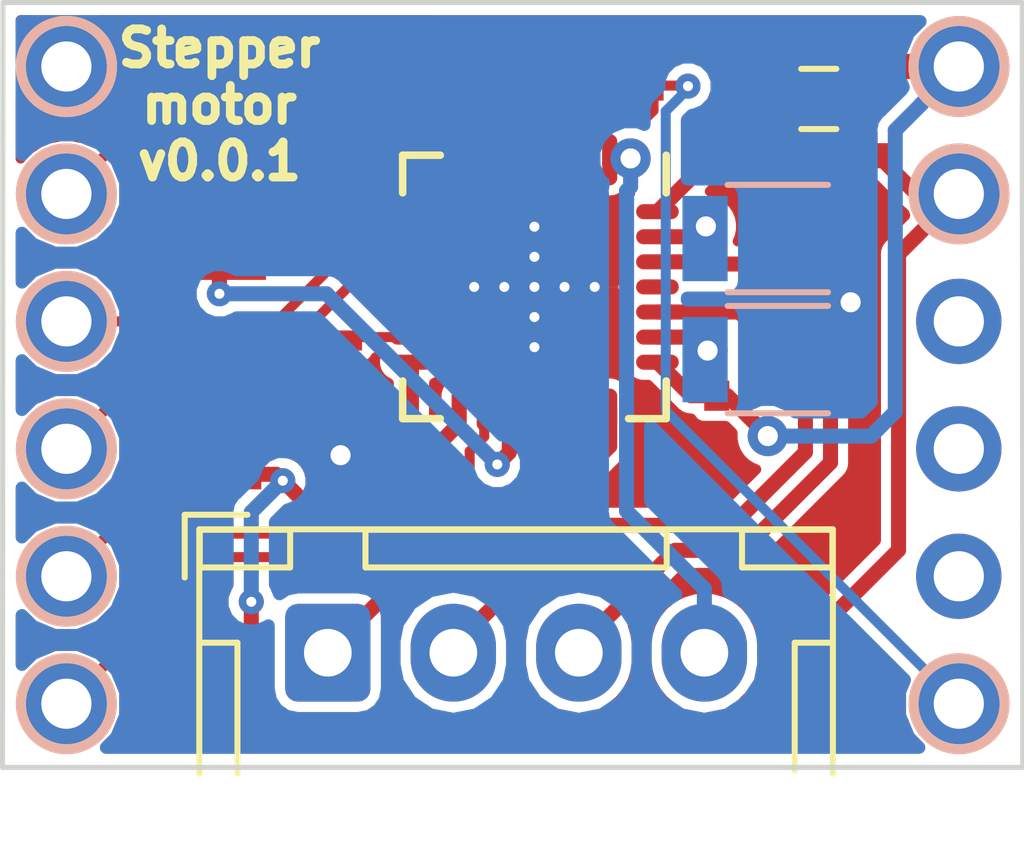
<source format=kicad_pcb>
(kicad_pcb (version 20171130) (host pcbnew "(5.0.1-3-g963ef8bb5)")

  (general
    (thickness 1.6)
    (drawings 21)
    (tracks 153)
    (zones 0)
    (modules 18)
    (nets 31)
  )

  (page A4)
  (layers
    (0 F.Cu signal)
    (31 B.Cu signal)
    (32 B.Adhes user hide)
    (33 F.Adhes user hide)
    (34 B.Paste user hide)
    (35 F.Paste user hide)
    (36 B.SilkS user)
    (37 F.SilkS user)
    (38 B.Mask user hide)
    (39 F.Mask user hide)
    (40 Dwgs.User user hide)
    (41 Cmts.User user hide)
    (42 Eco1.User user hide)
    (43 Eco2.User user hide)
    (44 Edge.Cuts user)
    (45 Margin user hide)
    (46 B.CrtYd user)
    (47 F.CrtYd user)
    (48 B.Fab user)
    (49 F.Fab user)
  )

  (setup
    (last_trace_width 0.2)
    (user_trace_width 0.2)
    (user_trace_width 0.3)
    (user_trace_width 0.4)
    (user_trace_width 0.5)
    (trace_clearance 0.2)
    (zone_clearance 0.2)
    (zone_45_only no)
    (trace_min 0.15)
    (segment_width 0.2)
    (edge_width 0.15)
    (via_size 0.5)
    (via_drill 0.2)
    (via_min_size 0.2)
    (via_min_drill 0.2)
    (user_via 0.5 0.2)
    (user_via 0.8 0.4)
    (uvia_size 0.3)
    (uvia_drill 0.1)
    (uvias_allowed no)
    (uvia_min_size 0.2)
    (uvia_min_drill 0.1)
    (pcb_text_width 0.3)
    (pcb_text_size 1.5 1.5)
    (mod_edge_width 0.15)
    (mod_text_size 1 1)
    (mod_text_width 0.15)
    (pad_size 1.524 1.524)
    (pad_drill 0.762)
    (pad_to_mask_clearance 0)
    (solder_mask_min_width 0.25)
    (aux_axis_origin 0 0)
    (grid_origin 90.412501 5.335001)
    (visible_elements 7EFFEF7F)
    (pcbplotparams
      (layerselection 0x3d0ef_ffffffff)
      (usegerberextensions false)
      (usegerberattributes false)
      (usegerberadvancedattributes false)
      (creategerberjobfile false)
      (excludeedgelayer true)
      (linewidth 0.100000)
      (plotframeref false)
      (viasonmask false)
      (mode 1)
      (useauxorigin false)
      (hpglpennumber 1)
      (hpglpenspeed 20)
      (hpglpendiameter 15.000000)
      (psnegative false)
      (psa4output false)
      (plotreference true)
      (plotvalue true)
      (plotinvisibletext false)
      (padsonsilk false)
      (subtractmaskfromsilk false)
      (outputformat 1)
      (mirror false)
      (drillshape 0)
      (scaleselection 1)
      (outputdirectory "gerber/"))
  )

  (net 0 "")
  (net 1 +3V3)
  (net 2 /Robus_PS)
  (net 3 "Net-(R1-Pad1)")
  (net 4 GND)
  (net 5 "Net-(C3-Pad1)")
  (net 6 "Net-(R6-Pad2)")
  (net 7 "Net-(J1-Pad2)")
  (net 8 "Net-(J1-Pad4)")
  (net 9 "Net-(J1-Pad3)")
  (net 10 "Net-(R3-Pad2)")
  (net 11 "Net-(RV1-Pad2)")
  (net 12 "Net-(R5-Pad2)")
  (net 13 "Net-(R4-Pad1)")
  (net 14 /2A)
  (net 15 "Net-(U1-Pad25)")
  (net 16 /1A)
  (net 17 /1B)
  (net 18 "Net-(U1-Pad20)")
  (net 19 "Net-(C4-Pad1)")
  (net 20 "Net-(U1-Pad7)")
  (net 21 "Net-(C5-Pad2)")
  (net 22 "Net-(U1-Pad12)")
  (net 23 "Net-(C3-Pad2)")
  (net 24 /2B)
  (net 25 /MS3)
  (net 26 /MS2)
  (net 27 /MS1)
  (net 28 /STEP)
  (net 29 /DIR)
  (net 30 /\ENABLE)

  (net_class Default "Ceci est la Netclass par défaut."
    (clearance 0.2)
    (trace_width 0.2)
    (via_dia 0.5)
    (via_drill 0.2)
    (uvia_dia 0.3)
    (uvia_drill 0.1)
    (add_net +3V3)
    (add_net /1A)
    (add_net /1B)
    (add_net /2A)
    (add_net /2B)
    (add_net /DIR)
    (add_net /MS1)
    (add_net /MS2)
    (add_net /MS3)
    (add_net /Robus_PS)
    (add_net /STEP)
    (add_net /\ENABLE)
    (add_net GND)
    (add_net "Net-(C3-Pad1)")
    (add_net "Net-(C3-Pad2)")
    (add_net "Net-(C4-Pad1)")
    (add_net "Net-(C5-Pad2)")
    (add_net "Net-(J1-Pad2)")
    (add_net "Net-(J1-Pad3)")
    (add_net "Net-(J1-Pad4)")
    (add_net "Net-(R1-Pad1)")
    (add_net "Net-(R3-Pad2)")
    (add_net "Net-(R4-Pad1)")
    (add_net "Net-(R5-Pad2)")
    (add_net "Net-(R6-Pad2)")
    (add_net "Net-(RV1-Pad2)")
    (add_net "Net-(U1-Pad12)")
    (add_net "Net-(U1-Pad20)")
    (add_net "Net-(U1-Pad25)")
    (add_net "Net-(U1-Pad7)")
  )

  (net_class Moteur ""
    (clearance 0.2)
    (trace_width 0.45)
    (via_dia 0.5)
    (via_drill 0.2)
    (uvia_dia 0.3)
    (uvia_drill 0.1)
  )

  (module Common_Footprint:JST_XH_B04B-XH-A_1x04_P2.50mm_Vertical (layer F.Cu) (tedit 5C0546DF) (tstamp 5BF0AAA1)
    (at 95.619501 4.319001)
    (descr "JST XH series connector, B04B-XH-A (http://www.jst-mfg.com/product/pdf/eng/eXH.pdf), generated with kicad-footprint-generator")
    (tags "connector JST XH side entry")
    (path /5BF0A1EE)
    (fp_text reference J4 (at 3.75 -3.55) (layer F.SilkS) hide
      (effects (font (size 1 1) (thickness 0.15)))
    )
    (fp_text value Header4Contacts (at 3.75 4.6) (layer F.Fab) hide
      (effects (font (size 1 1) (thickness 0.15)))
    )
    (fp_text user %R (at 3.75 2.7) (layer F.Fab)
      (effects (font (size 1 1) (thickness 0.15)))
    )
    (fp_line (start -2.85 -2.75) (end -2.85 -1.5) (layer F.SilkS) (width 0.12))
    (fp_line (start -1.6 -2.75) (end -2.85 -2.75) (layer F.SilkS) (width 0.12))
    (fp_line (start 9.3 -0.2) (end 9.3 2.35) (layer F.SilkS) (width 0.12))
    (fp_line (start 10.05 -0.2) (end 9.3 -0.2) (layer F.SilkS) (width 0.12))
    (fp_line (start -1.8 -0.2) (end -1.8 2.4) (layer F.SilkS) (width 0.12))
    (fp_line (start -2.55 -0.2) (end -1.8 -0.2) (layer F.SilkS) (width 0.12))
    (fp_line (start 10.05 -2.45) (end 8.25 -2.45) (layer F.SilkS) (width 0.12))
    (fp_line (start 10.05 -1.7) (end 10.05 -2.45) (layer F.SilkS) (width 0.12))
    (fp_line (start 8.25 -1.7) (end 10.05 -1.7) (layer F.SilkS) (width 0.12))
    (fp_line (start 8.25 -2.45) (end 8.25 -1.7) (layer F.SilkS) (width 0.12))
    (fp_line (start -0.75 -2.45) (end -2.55 -2.45) (layer F.SilkS) (width 0.12))
    (fp_line (start -0.75 -1.7) (end -0.75 -2.45) (layer F.SilkS) (width 0.12))
    (fp_line (start -2.55 -1.7) (end -0.75 -1.7) (layer F.SilkS) (width 0.12))
    (fp_line (start -2.55 -2.45) (end -2.55 -1.7) (layer F.SilkS) (width 0.12))
    (fp_line (start 6.75 -2.45) (end 0.75 -2.45) (layer F.SilkS) (width 0.12))
    (fp_line (start 6.75 -1.7) (end 6.75 -2.45) (layer F.SilkS) (width 0.12))
    (fp_line (start 0.75 -1.7) (end 6.75 -1.7) (layer F.SilkS) (width 0.12))
    (fp_line (start 0.75 -2.45) (end 0.75 -1.7) (layer F.SilkS) (width 0.12))
    (fp_line (start 0 -1.35) (end 0.625 -2.35) (layer F.Fab) (width 0.1))
    (fp_line (start -0.625 -2.35) (end 0 -1.35) (layer F.Fab) (width 0.1))
    (fp_line (start 10.45 -2.85) (end -2.95 -2.85) (layer F.CrtYd) (width 0.05))
    (fp_line (start 10.45 3.9) (end 10.45 -2.85) (layer F.CrtYd) (width 0.05))
    (fp_line (start -2.95 3.9) (end 10.45 3.9) (layer F.CrtYd) (width 0.05))
    (fp_line (start -2.95 -2.85) (end -2.95 3.9) (layer F.CrtYd) (width 0.05))
    (fp_line (start 10.06 -2.46) (end -2.56 -2.46) (layer F.SilkS) (width 0.12))
    (fp_line (start 10.06 2.41) (end 10.06 -2.46) (layer F.SilkS) (width 0.12))
    (fp_line (start -2.56 -2.46) (end -2.56 2.41) (layer F.SilkS) (width 0.12))
    (fp_line (start 9.95 -2.35) (end -2.45 -2.35) (layer F.Fab) (width 0.1))
    (fp_line (start 9.95 3.4) (end 9.95 -2.35) (layer F.Fab) (width 0.1))
    (fp_line (start -2.45 3.4) (end 9.95 3.4) (layer F.Fab) (width 0.1))
    (fp_line (start -2.45 -2.35) (end -2.45 3.4) (layer F.Fab) (width 0.1))
    (pad 4 thru_hole oval (at 7.5 0) (size 1.7 1.95) (drill 0.95) (layers *.Cu *.Mask)
      (net 24 /2B))
    (pad 3 thru_hole oval (at 5 0) (size 1.7 1.95) (drill 0.95) (layers *.Cu *.Mask)
      (net 14 /2A))
    (pad 2 thru_hole oval (at 2.5 0) (size 1.7 1.95) (drill 0.95) (layers *.Cu *.Mask)
      (net 16 /1A))
    (pad 1 thru_hole roundrect (at 0 0) (size 1.7 1.95) (drill 0.95) (layers *.Cu *.Mask) (roundrect_rratio 0.147059)
      (net 17 /1B))
    (model ${KISYS3DMOD}/B4B-XH-A.STEP
      (offset (xyz 3.75 -0.5 0))
      (scale (xyz 1 1 1))
      (rotate (xyz -90 0 180))
    )
  )

  (module Common_Footprint:C_0603 (layer F.Cu) (tedit 5D513C21) (tstamp 5BF09EF0)
    (at 105.398501 -6.717999 180)
    (descr "Capacitor SMD 0603, reflow soldering, AVX (see smccp.pdf)")
    (tags "capacitor 0603")
    (path /5BF09726)
    (attr smd)
    (fp_text reference C1 (at -2 0 270) (layer F.SilkS) hide
      (effects (font (size 1 1) (thickness 0.125)))
    )
    (fp_text value 10uF (at 0 1.5 180) (layer F.Fab) hide
      (effects (font (size 1 1) (thickness 0.125)))
    )
    (fp_line (start 1.4 0.65) (end -1.4 0.65) (layer F.CrtYd) (width 0.05))
    (fp_line (start 1.4 0.65) (end 1.4 -0.65) (layer F.CrtYd) (width 0.05))
    (fp_line (start -1.4 -0.65) (end -1.4 0.65) (layer F.CrtYd) (width 0.05))
    (fp_line (start -1.4 -0.65) (end 1.4 -0.65) (layer F.CrtYd) (width 0.05))
    (fp_line (start 0.35 0.6) (end -0.35 0.6) (layer F.SilkS) (width 0.12))
    (fp_line (start -0.35 -0.6) (end 0.35 -0.6) (layer F.SilkS) (width 0.12))
    (fp_line (start -0.8 -0.4) (end 0.8 -0.4) (layer F.Fab) (width 0.1))
    (fp_line (start 0.8 -0.4) (end 0.8 0.4) (layer F.Fab) (width 0.1))
    (fp_line (start 0.8 0.4) (end -0.8 0.4) (layer F.Fab) (width 0.1))
    (fp_line (start -0.8 0.4) (end -0.8 -0.4) (layer F.Fab) (width 0.1))
    (fp_text user %R (at 0 0 180) (layer F.Fab)
      (effects (font (size 0.4 0.4) (thickness 0.1)))
    )
    (pad 2 smd rect (at 0.75 0 180) (size 0.8 0.75) (layers F.Cu F.Paste F.Mask)
      (net 4 GND))
    (pad 1 smd rect (at -0.75 0 180) (size 0.8 0.75) (layers F.Cu F.Paste F.Mask)
      (net 2 /Robus_PS))
    (model "${KISYS3DMOD}/0603 SMD Capacitor.step"
      (at (xyz 0 0 0))
      (scale (xyz 1 1 1))
      (rotate (xyz 0 0 0))
    )
  )

  (module Common_Footprint:QFN-28-1EP_5x5mm_Pitch0.5mm (layer F.Cu) (tedit 5BF03AE1) (tstamp 5BF0660E)
    (at 99.735001 -2.971499 270)
    (descr "28-Lead Plastic Quad Flat, No Lead Package (MQ) - 5x5x0.9 mm Body [QFN or VQFN]; (see Microchip Packaging Specification 00000049BS.pdf)")
    (tags "QFN 0.5")
    (path /5BEC803B)
    (attr smd)
    (fp_text reference U1 (at 0 -0.0755 270) (layer F.Fab)
      (effects (font (size 1 1) (thickness 0.15)))
    )
    (fp_text value A4988 (at 0 3.875 270) (layer F.Fab) hide
      (effects (font (size 1 1) (thickness 0.15)))
    )
    (fp_line (start -1.5 -2.5) (end 2.5 -2.5) (layer F.Fab) (width 0.15))
    (fp_line (start 2.5 -2.5) (end 2.5 2.5) (layer F.Fab) (width 0.15))
    (fp_line (start 2.5 2.5) (end -2.5 2.5) (layer F.Fab) (width 0.15))
    (fp_line (start -2.5 2.5) (end -2.5 -1.5) (layer F.Fab) (width 0.15))
    (fp_line (start -2.5 -1.5) (end -1.5 -2.5) (layer F.Fab) (width 0.15))
    (fp_line (start -3.15 -3.15) (end -3.15 3.15) (layer F.CrtYd) (width 0.05))
    (fp_line (start 3.15 -3.15) (end 3.15 3.15) (layer F.CrtYd) (width 0.05))
    (fp_line (start -3.15 -3.15) (end 3.15 -3.15) (layer F.CrtYd) (width 0.05))
    (fp_line (start -3.15 3.15) (end 3.15 3.15) (layer F.CrtYd) (width 0.05))
    (fp_line (start 2.625 -2.625) (end 2.625 -1.875) (layer F.SilkS) (width 0.15))
    (fp_line (start -2.625 2.625) (end -2.625 1.875) (layer F.SilkS) (width 0.15))
    (fp_line (start 2.625 2.625) (end 2.625 1.875) (layer F.SilkS) (width 0.15))
    (fp_line (start -2.625 -2.625) (end -1.875 -2.625) (layer F.SilkS) (width 0.15))
    (fp_line (start -2.625 2.625) (end -1.875 2.625) (layer F.SilkS) (width 0.15))
    (fp_line (start 2.625 2.625) (end 1.875 2.625) (layer F.SilkS) (width 0.15))
    (fp_line (start 2.625 -2.625) (end 1.875 -2.625) (layer F.SilkS) (width 0.15))
    (pad 29 thru_hole circle (at 0 -1.2 270) (size 0.5 0.5) (drill 0.2) (layers *.Cu *.Mask)
      (net 4 GND))
    (pad 29 thru_hole circle (at 0 -0.6 270) (size 0.5 0.5) (drill 0.2) (layers *.Cu *.Mask)
      (net 4 GND))
    (pad 29 thru_hole circle (at 0 1.2 270) (size 0.5 0.5) (drill 0.2) (layers *.Cu *.Mask)
      (net 4 GND))
    (pad 29 thru_hole circle (at 0 0.6 270) (size 0.5 0.5) (drill 0.2) (layers *.Cu *.Mask)
      (net 4 GND))
    (pad 29 thru_hole circle (at -1.2 0 270) (size 0.5 0.5) (drill 0.2) (layers *.Cu *.Mask)
      (net 4 GND))
    (pad 29 thru_hole circle (at -0.6 0 270) (size 0.5 0.5) (drill 0.2) (layers *.Cu *.Mask)
      (net 4 GND))
    (pad 29 thru_hole circle (at 1.2 0 270) (size 0.5 0.5) (drill 0.2) (layers *.Cu *.Mask)
      (net 4 GND))
    (pad 29 thru_hole circle (at 0.6 0 270) (size 0.5 0.5) (drill 0.2) (layers *.Cu *.Mask)
      (net 4 GND))
    (pad 29 thru_hole circle (at 0 0 270) (size 0.5 0.5) (drill 0.2) (layers *.Cu *.Mask)
      (net 4 GND))
    (pad 1 smd oval (at -2.45 -1.5 270) (size 0.85 0.3) (layers F.Cu F.Paste F.Mask)
      (net 24 /2B))
    (pad 2 smd oval (at -2.45 -1 270) (size 0.85 0.3) (layers F.Cu F.Paste F.Mask)
      (net 30 /\ENABLE))
    (pad 3 smd oval (at -2.45 -0.5 270) (size 0.85 0.3) (layers F.Cu F.Paste F.Mask)
      (net 4 GND))
    (pad 4 smd oval (at -2.45 0 270) (size 0.85 0.3) (layers F.Cu F.Paste F.Mask)
      (net 5 "Net-(C3-Pad1)"))
    (pad 5 smd oval (at -2.45 0.5 270) (size 0.85 0.3) (layers F.Cu F.Paste F.Mask)
      (net 23 "Net-(C3-Pad2)"))
    (pad 6 smd oval (at -2.45 1 270) (size 0.85 0.3) (layers F.Cu F.Paste F.Mask)
      (net 21 "Net-(C5-Pad2)"))
    (pad 7 smd oval (at -2.45 1.5 270) (size 0.85 0.3) (layers F.Cu F.Paste F.Mask)
      (net 20 "Net-(U1-Pad7)"))
    (pad 8 smd oval (at -1.5 2.45) (size 0.85 0.3) (layers F.Cu F.Paste F.Mask)
      (net 19 "Net-(C4-Pad1)"))
    (pad 9 smd oval (at -1 2.45) (size 0.85 0.3) (layers F.Cu F.Paste F.Mask)
      (net 27 /MS1))
    (pad 10 smd oval (at -0.5 2.45) (size 0.85 0.3) (layers F.Cu F.Paste F.Mask)
      (net 26 /MS2))
    (pad 11 smd oval (at 0 2.45) (size 0.85 0.3) (layers F.Cu F.Paste F.Mask)
      (net 25 /MS3))
    (pad 12 smd oval (at 0.5 2.45) (size 0.85 0.3) (layers F.Cu F.Paste F.Mask)
      (net 22 "Net-(U1-Pad12)"))
    (pad 13 smd oval (at 1 2.45) (size 0.85 0.3) (layers F.Cu F.Paste F.Mask)
      (net 13 "Net-(R4-Pad1)"))
    (pad 14 smd oval (at 1.5 2.45) (size 0.85 0.3) (layers F.Cu F.Paste F.Mask)
      (net 3 "Net-(R1-Pad1)"))
    (pad 15 smd oval (at 2.45 1.5 270) (size 0.85 0.3) (layers F.Cu F.Paste F.Mask)
      (net 1 +3V3))
    (pad 16 smd oval (at 2.45 1 270) (size 0.85 0.3) (layers F.Cu F.Paste F.Mask)
      (net 28 /STEP))
    (pad 17 smd oval (at 2.45 0.5 270) (size 0.85 0.3) (layers F.Cu F.Paste F.Mask)
      (net 11 "Net-(RV1-Pad2)"))
    (pad 18 smd oval (at 2.45 0 270) (size 0.85 0.3) (layers F.Cu F.Paste F.Mask)
      (net 4 GND))
    (pad 19 smd oval (at 2.45 -0.5 270) (size 0.85 0.3) (layers F.Cu F.Paste F.Mask)
      (net 29 /DIR))
    (pad 20 smd oval (at 2.45 -1 270) (size 0.85 0.3) (layers F.Cu F.Paste F.Mask)
      (net 18 "Net-(U1-Pad20)"))
    (pad 21 smd oval (at 2.45 -1.5 270) (size 0.85 0.3) (layers F.Cu F.Paste F.Mask)
      (net 17 /1B))
    (pad 22 smd oval (at 1.5 -2.45) (size 0.85 0.3) (layers F.Cu F.Paste F.Mask)
      (net 2 /Robus_PS))
    (pad 23 smd oval (at 1 -2.45) (size 0.85 0.3) (layers F.Cu F.Paste F.Mask)
      (net 6 "Net-(R6-Pad2)"))
    (pad 24 smd oval (at 0.5 -2.45) (size 0.85 0.3) (layers F.Cu F.Paste F.Mask)
      (net 16 /1A))
    (pad 25 smd oval (at 0 -2.45) (size 0.85 0.3) (layers F.Cu F.Paste F.Mask)
      (net 15 "Net-(U1-Pad25)"))
    (pad 26 smd oval (at -0.5 -2.45) (size 0.85 0.3) (layers F.Cu F.Paste F.Mask)
      (net 14 /2A))
    (pad 27 smd oval (at -1 -2.45) (size 0.85 0.3) (layers F.Cu F.Paste F.Mask)
      (net 12 "Net-(R5-Pad2)"))
    (pad 28 smd oval (at -1.5 -2.45) (size 0.85 0.3) (layers F.Cu F.Paste F.Mask)
      (net 2 /Robus_PS))
    (pad 29 smd rect (at 0.8375 0.8375 270) (size 1.675 1.675) (layers F.Cu F.Paste F.Mask)
      (net 4 GND) (solder_paste_margin_ratio -0.2))
    (pad 29 smd rect (at 0.8375 -0.8375 270) (size 1.675 1.675) (layers F.Cu F.Paste F.Mask)
      (net 4 GND) (solder_paste_margin_ratio -0.2))
    (pad 29 smd rect (at -0.8375 0.8375 270) (size 1.675 1.675) (layers F.Cu F.Paste F.Mask)
      (net 4 GND) (solder_paste_margin_ratio -0.2))
    (pad 29 smd rect (at -0.8375 -0.8375 270) (size 1.675 1.675) (layers F.Cu F.Paste F.Mask)
      (net 4 GND) (solder_paste_margin_ratio -0.2))
    (model ${KISYS3DMOD}/QFN28.step
      (at (xyz 0 0 0))
      (scale (xyz 1 1 1))
      (rotate (xyz 0 0 0))
    )
  )

  (module Common_Footprint:R_1206 (layer B.Cu) (tedit 5BF0385F) (tstamp 5BF0A2E0)
    (at 104.623801 -3.935999 180)
    (path /5BEF0508)
    (fp_text reference R5 (at 0.4572 1.7526 180) (layer B.SilkS) hide
      (effects (font (size 1 1) (thickness 0.15)) (justify mirror))
    )
    (fp_text value 0.5R (at 0.2413 3.1115 180) (layer B.Fab) hide
      (effects (font (size 1 1) (thickness 0.15)) (justify mirror))
    )
    (fp_line (start 1.0403 -1.07) (end -0.9597 -1.07) (layer B.SilkS) (width 0.12))
    (fp_line (start 1.6403 0.8) (end 1.6403 -0.8) (layer B.Fab) (width 0.1))
    (fp_line (start 1.6403 -0.8) (end -1.5597 -0.8) (layer B.Fab) (width 0.1))
    (fp_line (start -0.9597 1.07) (end 1.0403 1.07) (layer B.SilkS) (width 0.12))
    (fp_line (start 2.1903 -1.1) (end -2.1097 -1.1) (layer B.CrtYd) (width 0.05))
    (fp_line (start 2.1903 -1.1) (end 2.1903 1.11) (layer B.CrtYd) (width 0.05))
    (fp_line (start -2.1097 1.11) (end -2.1097 -1.1) (layer B.CrtYd) (width 0.05))
    (fp_line (start -2.1097 1.11) (end 2.1903 1.11) (layer B.CrtYd) (width 0.05))
    (fp_line (start -1.5597 -0.8) (end -1.5597 0.8) (layer B.Fab) (width 0.1))
    (fp_line (start -1.5597 0.8) (end 1.6403 0.8) (layer B.Fab) (width 0.1))
    (fp_text user %R (at 0.0403 0 180) (layer B.Fab)
      (effects (font (size 0.7 0.7) (thickness 0.105)) (justify mirror))
    )
    (pad 2 smd rect (at 1.4903 0 180) (size 0.9 1.7) (layers B.Cu B.Paste B.Mask)
      (net 12 "Net-(R5-Pad2)"))
    (pad 1 smd rect (at -1.4097 0 180) (size 0.9 1.7) (layers B.Cu B.Paste B.Mask)
      (net 4 GND))
    (model "${KISYS3DMOD}/1206 SMD Resistor.step"
      (offset (xyz 0.05 0 0))
      (scale (xyz 1 1 1))
      (rotate (xyz 0 0 0))
    )
  )

  (module Common_Footprint:R_1206 (layer B.Cu) (tedit 5BF0385F) (tstamp 5BF0A310)
    (at 104.623801 -1.522999 180)
    (path /5BEF06D7)
    (fp_text reference R6 (at 0.4572 1.7526 180) (layer B.SilkS) hide
      (effects (font (size 1 1) (thickness 0.15)) (justify mirror))
    )
    (fp_text value 0.5R (at 0.2413 3.1115 180) (layer B.Fab) hide
      (effects (font (size 1 1) (thickness 0.15)) (justify mirror))
    )
    (fp_line (start 1.0403 -1.07) (end -0.9597 -1.07) (layer B.SilkS) (width 0.12))
    (fp_line (start 1.6403 0.8) (end 1.6403 -0.8) (layer B.Fab) (width 0.1))
    (fp_line (start 1.6403 -0.8) (end -1.5597 -0.8) (layer B.Fab) (width 0.1))
    (fp_line (start -0.9597 1.07) (end 1.0403 1.07) (layer B.SilkS) (width 0.12))
    (fp_line (start 2.1903 -1.1) (end -2.1097 -1.1) (layer B.CrtYd) (width 0.05))
    (fp_line (start 2.1903 -1.1) (end 2.1903 1.11) (layer B.CrtYd) (width 0.05))
    (fp_line (start -2.1097 1.11) (end -2.1097 -1.1) (layer B.CrtYd) (width 0.05))
    (fp_line (start -2.1097 1.11) (end 2.1903 1.11) (layer B.CrtYd) (width 0.05))
    (fp_line (start -1.5597 -0.8) (end -1.5597 0.8) (layer B.Fab) (width 0.1))
    (fp_line (start -1.5597 0.8) (end 1.6403 0.8) (layer B.Fab) (width 0.1))
    (fp_text user %R (at 0.0403 0 180) (layer B.Fab)
      (effects (font (size 0.7 0.7) (thickness 0.105)) (justify mirror))
    )
    (pad 2 smd rect (at 1.4903 0 180) (size 0.9 1.7) (layers B.Cu B.Paste B.Mask)
      (net 6 "Net-(R6-Pad2)"))
    (pad 1 smd rect (at -1.4097 0 180) (size 0.9 1.7) (layers B.Cu B.Paste B.Mask)
      (net 4 GND))
    (model "${KISYS3DMOD}/1206 SMD Resistor.step"
      (offset (xyz 0.05 0 0))
      (scale (xyz 1 1 1))
      (rotate (xyz 0 0 0))
    )
  )

  (module Common_Footprint:C_0402_NoSilk (layer F.Cu) (tedit 5E8B679F) (tstamp 5BF0386C)
    (at 103.705501 -5.586999)
    (descr "Capacitor SMD 0402, reflow soldering, AVX (see smccp.pdf)")
    (tags "capacitor 0402")
    (path /5BF4C5DC)
    (attr smd)
    (fp_text reference C7 (at 2.6 -0.3) (layer F.SilkS) hide
      (effects (font (size 1 1) (thickness 0.15)))
    )
    (fp_text value 0.1uF (at 0 1.27) (layer F.Fab) hide
      (effects (font (size 1 1) (thickness 0.15)))
    )
    (fp_text user %R (at -0.01 0.01) (layer F.Fab)
      (effects (font (size 0.3 0.3) (thickness 0.075)))
    )
    (fp_line (start -0.5 0.25) (end -0.5 -0.25) (layer F.Fab) (width 0.1))
    (fp_line (start 0.5 0.25) (end -0.5 0.25) (layer F.Fab) (width 0.1))
    (fp_line (start 0.5 -0.25) (end 0.5 0.25) (layer F.Fab) (width 0.1))
    (fp_line (start -0.5 -0.25) (end 0.5 -0.25) (layer F.Fab) (width 0.1))
    (fp_line (start -1 -0.4) (end 1 -0.4) (layer F.CrtYd) (width 0.05))
    (fp_line (start -1 -0.4) (end -1 0.4) (layer F.CrtYd) (width 0.05))
    (fp_line (start 1 0.4) (end 1 -0.4) (layer F.CrtYd) (width 0.05))
    (fp_line (start 1 0.4) (end -1 0.4) (layer F.CrtYd) (width 0.05))
    (pad 1 smd rect (at -0.55 0) (size 0.6 0.5) (layers F.Cu F.Paste F.Mask)
      (net 2 /Robus_PS))
    (pad 2 smd rect (at 0.55 0) (size 0.6 0.5) (layers F.Cu F.Paste F.Mask)
      (net 4 GND))
    (model "${KISYS3DMOD}/0402 SMD Capacitor.step"
      (at (xyz 0 0 0))
      (scale (xyz 1 1 1))
      (rotate (xyz -90 0 0))
    )
  )

  (module Common_Footprint:C_0402_NoSilk (layer F.Cu) (tedit 5E8B679F) (tstamp 5BF0385D)
    (at 106.033501 -5.586999 180)
    (descr "Capacitor SMD 0402, reflow soldering, AVX (see smccp.pdf)")
    (tags "capacitor 0402")
    (path /5BF5632F)
    (attr smd)
    (fp_text reference C6 (at 2.6 -0.3 180) (layer F.SilkS) hide
      (effects (font (size 1 1) (thickness 0.15)))
    )
    (fp_text value 0.22µF (at 0 1.27 180) (layer F.Fab) hide
      (effects (font (size 1 1) (thickness 0.15)))
    )
    (fp_text user %R (at -0.01 0.01 180) (layer F.Fab)
      (effects (font (size 0.3 0.3) (thickness 0.075)))
    )
    (fp_line (start -0.5 0.25) (end -0.5 -0.25) (layer F.Fab) (width 0.1))
    (fp_line (start 0.5 0.25) (end -0.5 0.25) (layer F.Fab) (width 0.1))
    (fp_line (start 0.5 -0.25) (end 0.5 0.25) (layer F.Fab) (width 0.1))
    (fp_line (start -0.5 -0.25) (end 0.5 -0.25) (layer F.Fab) (width 0.1))
    (fp_line (start -1 -0.4) (end 1 -0.4) (layer F.CrtYd) (width 0.05))
    (fp_line (start -1 -0.4) (end -1 0.4) (layer F.CrtYd) (width 0.05))
    (fp_line (start 1 0.4) (end 1 -0.4) (layer F.CrtYd) (width 0.05))
    (fp_line (start 1 0.4) (end -1 0.4) (layer F.CrtYd) (width 0.05))
    (pad 1 smd rect (at -0.55 0 180) (size 0.6 0.5) (layers F.Cu F.Paste F.Mask)
      (net 1 +3V3))
    (pad 2 smd rect (at 0.55 0 180) (size 0.6 0.5) (layers F.Cu F.Paste F.Mask)
      (net 4 GND))
    (model "${KISYS3DMOD}/0402 SMD Capacitor.step"
      (at (xyz 0 0 0))
      (scale (xyz 1 1 1))
      (rotate (xyz -90 0 0))
    )
  )

  (module Common_Footprint:C_0402_NoSilk (layer F.Cu) (tedit 5E8B679F) (tstamp 5BF0384E)
    (at 98.032501 -7.152999 270)
    (descr "Capacitor SMD 0402, reflow soldering, AVX (see smccp.pdf)")
    (tags "capacitor 0402")
    (path /5BF07BDF)
    (attr smd)
    (fp_text reference C5 (at 2.6 -0.3 270) (layer F.SilkS) hide
      (effects (font (size 1 1) (thickness 0.15)))
    )
    (fp_text value 0.1µF (at 0 1.27 270) (layer F.Fab) hide
      (effects (font (size 1 1) (thickness 0.15)))
    )
    (fp_text user %R (at -0.01 0.01 270) (layer F.Fab)
      (effects (font (size 0.3 0.3) (thickness 0.075)))
    )
    (fp_line (start -0.5 0.25) (end -0.5 -0.25) (layer F.Fab) (width 0.1))
    (fp_line (start 0.5 0.25) (end -0.5 0.25) (layer F.Fab) (width 0.1))
    (fp_line (start 0.5 -0.25) (end 0.5 0.25) (layer F.Fab) (width 0.1))
    (fp_line (start -0.5 -0.25) (end 0.5 -0.25) (layer F.Fab) (width 0.1))
    (fp_line (start -1 -0.4) (end 1 -0.4) (layer F.CrtYd) (width 0.05))
    (fp_line (start -1 -0.4) (end -1 0.4) (layer F.CrtYd) (width 0.05))
    (fp_line (start 1 0.4) (end 1 -0.4) (layer F.CrtYd) (width 0.05))
    (fp_line (start 1 0.4) (end -1 0.4) (layer F.CrtYd) (width 0.05))
    (pad 1 smd rect (at -0.55 0 270) (size 0.6 0.5) (layers F.Cu F.Paste F.Mask)
      (net 2 /Robus_PS))
    (pad 2 smd rect (at 0.55 0 270) (size 0.6 0.5) (layers F.Cu F.Paste F.Mask)
      (net 21 "Net-(C5-Pad2)"))
    (model "${KISYS3DMOD}/0402 SMD Capacitor.step"
      (at (xyz 0 0 0))
      (scale (xyz 1 1 1))
      (rotate (xyz -90 0 0))
    )
  )

  (module Common_Footprint:C_0402_NoSilk (layer F.Cu) (tedit 5E8B679F) (tstamp 5BF0383F)
    (at 96.000501 -5.459999 90)
    (descr "Capacitor SMD 0402, reflow soldering, AVX (see smccp.pdf)")
    (tags "capacitor 0402")
    (path /5BEF5450)
    (attr smd)
    (fp_text reference C4 (at 2.6 -0.3 90) (layer F.SilkS) hide
      (effects (font (size 1 1) (thickness 0.15)))
    )
    (fp_text value 0.22µF (at 0 1.27 90) (layer F.Fab) hide
      (effects (font (size 1 1) (thickness 0.15)))
    )
    (fp_text user %R (at -0.01 0.01 90) (layer F.Fab)
      (effects (font (size 0.3 0.3) (thickness 0.075)))
    )
    (fp_line (start -0.5 0.25) (end -0.5 -0.25) (layer F.Fab) (width 0.1))
    (fp_line (start 0.5 0.25) (end -0.5 0.25) (layer F.Fab) (width 0.1))
    (fp_line (start 0.5 -0.25) (end 0.5 0.25) (layer F.Fab) (width 0.1))
    (fp_line (start -0.5 -0.25) (end 0.5 -0.25) (layer F.Fab) (width 0.1))
    (fp_line (start -1 -0.4) (end 1 -0.4) (layer F.CrtYd) (width 0.05))
    (fp_line (start -1 -0.4) (end -1 0.4) (layer F.CrtYd) (width 0.05))
    (fp_line (start 1 0.4) (end 1 -0.4) (layer F.CrtYd) (width 0.05))
    (fp_line (start 1 0.4) (end -1 0.4) (layer F.CrtYd) (width 0.05))
    (pad 1 smd rect (at -0.55 0 90) (size 0.6 0.5) (layers F.Cu F.Paste F.Mask)
      (net 19 "Net-(C4-Pad1)"))
    (pad 2 smd rect (at 0.55 0 90) (size 0.6 0.5) (layers F.Cu F.Paste F.Mask)
      (net 4 GND))
    (model "${KISYS3DMOD}/0402 SMD Capacitor.step"
      (at (xyz 0 0 0))
      (scale (xyz 1 1 1))
      (rotate (xyz -90 0 0))
    )
  )

  (module Common_Footprint:HEATSINK-A4988 (layer F.Cu) (tedit 5BF02A84) (tstamp 5BF04967)
    (at 100.064501 -3.300999)
    (path /5BF05605)
    (fp_text reference U2 (at 0 0.5) (layer F.Fab)
      (effects (font (size 1 1) (thickness 0.15)))
    )
    (fp_text value radiateur (at 0 -0.5) (layer F.Fab) hide
      (effects (font (size 1 1) (thickness 0.15)))
    )
    (fp_line (start -4.5 4.5) (end -4.5 -4.5) (layer F.Fab) (width 0.1))
    (fp_line (start 4.5 4.5) (end -4.5 4.5) (layer F.Fab) (width 0.1))
    (fp_line (start 4.5 -4.5) (end 4.5 4.5) (layer F.Fab) (width 0.1))
    (fp_line (start -4.5 -4.5) (end 4.5 -4.5) (layer F.Fab) (width 0.1))
    (model ${KISYS3DMOD}/HEATSINK-A4988.step
      (offset (xyz 0 0 0.9))
      (scale (xyz 1 1 1))
      (rotate (xyz 0 0 0))
    )
  )

  (module Common_Footprint:R_0402_NoSilk (layer F.Cu) (tedit 5E8B6747) (tstamp 5BF037BC)
    (at 93.645501 0.763001 180)
    (descr "Resistor SMD 0402, reflow soldering, Vishay (see dcrcw.pdf)")
    (tags "resistor 0402")
    (path /5BEEDB66)
    (attr smd)
    (fp_text reference R3 (at 0 0 180) (layer F.Fab)
      (effects (font (size 0.25 0.25) (thickness 0.0625)))
    )
    (fp_text value 20k (at 0 1.25 180) (layer F.Fab) hide
      (effects (font (size 1 1) (thickness 0.15)))
    )
    (fp_line (start 0.8 0.45) (end -0.8 0.45) (layer F.CrtYd) (width 0.05))
    (fp_line (start 0.8 0.45) (end 0.8 -0.45) (layer F.CrtYd) (width 0.05))
    (fp_line (start -0.8 -0.45) (end -0.8 0.45) (layer F.CrtYd) (width 0.05))
    (fp_line (start -0.8 -0.45) (end 0.8 -0.45) (layer F.CrtYd) (width 0.05))
    (fp_line (start -0.5 -0.25) (end 0.5 -0.25) (layer F.Fab) (width 0.1))
    (fp_line (start 0.5 -0.25) (end 0.5 0.25) (layer F.Fab) (width 0.1))
    (fp_line (start 0.5 0.25) (end -0.5 0.25) (layer F.Fab) (width 0.1))
    (fp_line (start -0.5 0.25) (end -0.5 -0.25) (layer F.Fab) (width 0.1))
    (pad 2 smd rect (at 0.45 0 180) (size 0.4 0.6) (layers F.Cu F.Paste F.Mask)
      (net 10 "Net-(R3-Pad2)"))
    (pad 1 smd rect (at -0.45 0 180) (size 0.4 0.6) (layers F.Cu F.Paste F.Mask)
      (net 1 +3V3))
    (model "${KISYS3DMOD}/0402 SMD Resistor.step"
      (at (xyz 0 0 0))
      (scale (xyz 1 1 1))
      (rotate (xyz 0 0 90))
    )
  )

  (module Common_Footprint:R_0402_NoSilk (layer F.Cu) (tedit 5E8B6747) (tstamp 5BF037AF)
    (at 101.657501 -6.983999)
    (descr "Resistor SMD 0402, reflow soldering, Vishay (see dcrcw.pdf)")
    (tags "resistor 0402")
    (path /5BEE5BCE)
    (attr smd)
    (fp_text reference R2 (at 0 0) (layer F.Fab)
      (effects (font (size 0.25 0.25) (thickness 0.0625)))
    )
    (fp_text value 10k (at 0 1.25) (layer F.Fab) hide
      (effects (font (size 1 1) (thickness 0.15)))
    )
    (fp_line (start 0.8 0.45) (end -0.8 0.45) (layer F.CrtYd) (width 0.05))
    (fp_line (start 0.8 0.45) (end 0.8 -0.45) (layer F.CrtYd) (width 0.05))
    (fp_line (start -0.8 -0.45) (end -0.8 0.45) (layer F.CrtYd) (width 0.05))
    (fp_line (start -0.8 -0.45) (end 0.8 -0.45) (layer F.CrtYd) (width 0.05))
    (fp_line (start -0.5 -0.25) (end 0.5 -0.25) (layer F.Fab) (width 0.1))
    (fp_line (start 0.5 -0.25) (end 0.5 0.25) (layer F.Fab) (width 0.1))
    (fp_line (start 0.5 0.25) (end -0.5 0.25) (layer F.Fab) (width 0.1))
    (fp_line (start -0.5 0.25) (end -0.5 -0.25) (layer F.Fab) (width 0.1))
    (pad 2 smd rect (at 0.45 0) (size 0.4 0.6) (layers F.Cu F.Paste F.Mask)
      (net 30 /\ENABLE))
    (pad 1 smd rect (at -0.45 0) (size 0.4 0.6) (layers F.Cu F.Paste F.Mask)
      (net 4 GND))
    (model "${KISYS3DMOD}/0402 SMD Resistor.step"
      (at (xyz 0 0 0))
      (scale (xyz 1 1 1))
      (rotate (xyz 0 0 90))
    )
  )

  (module Common_Footprint:TC33X (layer F.Cu) (tedit 5BF00630) (tstamp 5BF03780)
    (at 93.587501 -2.411999)
    (path /5BEEAC88)
    (fp_text reference RV1 (at 0.1 0.2) (layer F.Fab)
      (effects (font (size 0.5 0.5) (thickness 0.125)))
    )
    (fp_text value 10K (at -6.3 -0.5) (layer F.Fab) hide
      (effects (font (size 1 1) (thickness 0.15)))
    )
    (fp_line (start -1.8 -1.9) (end -1.8 1.9) (layer F.CrtYd) (width 0.1))
    (fp_line (start 1.8 -1.9) (end -1.8 -1.9) (layer F.CrtYd) (width 0.1))
    (fp_line (start 1.8 1.9) (end 1.8 -1.9) (layer F.CrtYd) (width 0.1))
    (fp_line (start -1.8 1.9) (end 1.8 1.9) (layer F.CrtYd) (width 0.1))
    (pad 2 smd rect (at 0 -1.45) (size 1.6 1.5) (layers F.Cu F.Paste F.Mask)
      (net 11 "Net-(RV1-Pad2)"))
    (pad 3 smd rect (at 1 1.8) (size 1.2 1.2) (layers F.Cu F.Paste F.Mask)
      (net 4 GND))
    (pad 1 smd rect (at -1 1.8) (size 1.2 1.2) (layers F.Cu F.Paste F.Mask)
      (net 10 "Net-(R3-Pad2)"))
    (model ${KISYS3DMOD}/TC-33X-2.stp
      (at (xyz 0 0 0))
      (scale (xyz 1 1 1))
      (rotate (xyz -90 0 0))
    )
  )

  (module Common_Footprint:R_0402_NoSilk (layer F.Cu) (tedit 5E8B6747) (tstamp 5A9D2407)
    (at 97.397501 0.763001)
    (descr "Resistor SMD 0402, reflow soldering, Vishay (see dcrcw.pdf)")
    (tags "resistor 0402")
    (path /5A9DF2DE)
    (attr smd)
    (fp_text reference R1 (at -1.524 0) (layer F.Fab) hide
      (effects (font (size 0.75 0.75) (thickness 0.125)))
    )
    (fp_text value 10k (at 0 1.25) (layer F.Fab) hide
      (effects (font (size 1 1) (thickness 0.15)))
    )
    (fp_line (start 0.8 0.45) (end -0.8 0.45) (layer F.CrtYd) (width 0.05))
    (fp_line (start 0.8 0.45) (end 0.8 -0.45) (layer F.CrtYd) (width 0.05))
    (fp_line (start -0.8 -0.45) (end -0.8 0.45) (layer F.CrtYd) (width 0.05))
    (fp_line (start -0.8 -0.45) (end 0.8 -0.45) (layer F.CrtYd) (width 0.05))
    (fp_line (start -0.5 -0.25) (end 0.5 -0.25) (layer F.Fab) (width 0.1))
    (fp_line (start 0.5 -0.25) (end 0.5 0.25) (layer F.Fab) (width 0.1))
    (fp_line (start 0.5 0.25) (end -0.5 0.25) (layer F.Fab) (width 0.1))
    (fp_line (start -0.5 0.25) (end -0.5 -0.25) (layer F.Fab) (width 0.1))
    (pad 2 smd rect (at 0.45 0) (size 0.4 0.6) (layers F.Cu F.Paste F.Mask)
      (net 1 +3V3))
    (pad 1 smd rect (at -0.45 0) (size 0.4 0.6) (layers F.Cu F.Paste F.Mask)
      (net 3 "Net-(R1-Pad1)"))
    (model "${KISYS3DMOD}/0402 SMD Resistor.step"
      (at (xyz 0 0 0))
      (scale (xyz 1 1 1))
      (rotate (xyz 0 0 90))
    )
  )

  (module Common_Footprint:l0_Shield_Socket locked (layer F.Cu) (tedit 5C657850) (tstamp 5A9EF473)
    (at 99.300001 -1.014999)
    (path /5A9D7FAF)
    (fp_text reference J1 (at 0 0.5) (layer F.SilkS) hide
      (effects (font (size 1 1) (thickness 0.15)))
    )
    (fp_text value l0_Socket (at 0 -0.5) (layer F.Fab) hide
      (effects (font (size 1 1) (thickness 0.15)))
    )
    (fp_line (start -10.15 -7.625) (end -10.16 7.62) (layer Edge.Cuts) (width 0.1))
    (fp_line (start -10.15 -7.625) (end 10.15 -7.625) (layer Edge.Cuts) (width 0.1))
    (fp_line (start -10.16 7.62) (end 10.16 7.62) (layer Edge.Cuts) (width 0.1))
    (fp_line (start 10.15 -7.625) (end 10.16 7.62) (layer Edge.Cuts) (width 0.1))
    (pad 5 thru_hole circle (at 8.8875 -3.81 270) (size 1.7 1.7) (drill 1) (layers *.Cu *.Mask)
      (net 1 +3V3))
    (pad 6 thru_hole circle (at 8.8875 -6.35 270) (size 1.7 1.7) (drill 1) (layers *.Cu *.Mask)
      (net 2 /Robus_PS))
    (pad 2 thru_hole circle (at 8.8875 3.81 270) (size 1.7 1.7) (drill 1) (layers *.Cu *.Mask)
      (net 7 "Net-(J1-Pad2)"))
    (pad 4 thru_hole circle (at 8.8875 -1.27 270) (size 1.7 1.7) (drill 1) (layers *.Cu *.Mask)
      (net 8 "Net-(J1-Pad4)"))
    (pad 1 thru_hole circle (at 8.8875 6.35 270) (size 1.7 1.7) (drill 1) (layers *.Cu *.Mask)
      (net 30 /\ENABLE))
    (pad 7 thru_hole circle (at -8.8875 -6.35 270) (size 1.7 1.7) (drill 1) (layers *.Cu *.Mask)
      (net 4 GND))
    (pad 11 thru_hole circle (at -8.8875 3.81 270) (size 1.7 1.7) (drill 1) (layers *.Cu *.Mask)
      (net 28 /STEP))
    (pad 9 thru_hole circle (at -8.8875 -1.27 270) (size 1.7 1.7) (drill 1) (layers *.Cu *.Mask)
      (net 26 /MS2))
    (pad 3 thru_hole circle (at 8.8875 1.27 270) (size 1.7 1.7) (drill 1) (layers *.Cu *.Mask)
      (net 9 "Net-(J1-Pad3)"))
    (pad 10 thru_hole circle (at -8.8875 1.27 270) (size 1.7 1.7) (drill 1) (layers *.Cu *.Mask)
      (net 25 /MS3))
    (pad 12 thru_hole circle (at -8.8875 6.35 270) (size 1.7 1.7) (drill 1) (layers *.Cu *.Mask)
      (net 29 /DIR))
    (pad 8 thru_hole circle (at -8.8875 -3.81 270) (size 1.7 1.7) (drill 1) (layers *.Cu *.Mask)
      (net 27 /MS1))
  )

  (module Common_Footprint:R_0402_NoSilk (layer F.Cu) (tedit 5E8B6747) (tstamp 5A9DD648)
    (at 96.000501 -1.453999 270)
    (descr "Resistor SMD 0402, reflow soldering, Vishay (see dcrcw.pdf)")
    (tags "resistor 0402")
    (path /5BEC9BFD)
    (attr smd)
    (fp_text reference R4 (at 0 -1.2 270) (layer F.Fab) hide
      (effects (font (size 1 1) (thickness 0.15)))
    )
    (fp_text value 10k (at 0 1.25 270) (layer F.Fab) hide
      (effects (font (size 1 1) (thickness 0.15)))
    )
    (fp_line (start 0.8 0.45) (end -0.8 0.45) (layer F.CrtYd) (width 0.05))
    (fp_line (start 0.8 0.45) (end 0.8 -0.45) (layer F.CrtYd) (width 0.05))
    (fp_line (start -0.8 -0.45) (end -0.8 0.45) (layer F.CrtYd) (width 0.05))
    (fp_line (start -0.8 -0.45) (end 0.8 -0.45) (layer F.CrtYd) (width 0.05))
    (fp_line (start -0.5 -0.25) (end 0.5 -0.25) (layer F.Fab) (width 0.1))
    (fp_line (start 0.5 -0.25) (end 0.5 0.25) (layer F.Fab) (width 0.1))
    (fp_line (start 0.5 0.25) (end -0.5 0.25) (layer F.Fab) (width 0.1))
    (fp_line (start -0.5 0.25) (end -0.5 -0.25) (layer F.Fab) (width 0.1))
    (pad 2 smd rect (at 0.45 0 270) (size 0.4 0.6) (layers F.Cu F.Paste F.Mask)
      (net 4 GND))
    (pad 1 smd rect (at -0.45 0 270) (size 0.4 0.6) (layers F.Cu F.Paste F.Mask)
      (net 13 "Net-(R4-Pad1)"))
    (model "${KISYS3DMOD}/0402 SMD Resistor.step"
      (at (xyz 0 0 0))
      (scale (xyz 1 1 1))
      (rotate (xyz 0 0 90))
    )
  )

  (module Common_Footprint:C_0402_NoSilk (layer F.Cu) (tedit 5E8B679F) (tstamp 5A9D22A2)
    (at 99.641501 -7.237999 180)
    (descr "Capacitor SMD 0402, reflow soldering, AVX (see smccp.pdf)")
    (tags "capacitor 0402")
    (path /5BEF9B8B)
    (attr smd)
    (fp_text reference C3 (at 0 -1.27 180) (layer F.SilkS) hide
      (effects (font (size 1 1) (thickness 0.15)))
    )
    (fp_text value 0.1µF (at 0 1.27 180) (layer F.Fab) hide
      (effects (font (size 1 1) (thickness 0.15)))
    )
    (fp_text user %R (at -0.01 0.01 180) (layer F.Fab)
      (effects (font (size 0.3 0.3) (thickness 0.075)))
    )
    (fp_line (start -0.5 0.25) (end -0.5 -0.25) (layer F.Fab) (width 0.1))
    (fp_line (start 0.5 0.25) (end -0.5 0.25) (layer F.Fab) (width 0.1))
    (fp_line (start 0.5 -0.25) (end 0.5 0.25) (layer F.Fab) (width 0.1))
    (fp_line (start -0.5 -0.25) (end 0.5 -0.25) (layer F.Fab) (width 0.1))
    (fp_line (start -1 -0.4) (end 1 -0.4) (layer F.CrtYd) (width 0.05))
    (fp_line (start -1 -0.4) (end -1 0.4) (layer F.CrtYd) (width 0.05))
    (fp_line (start 1 0.4) (end 1 -0.4) (layer F.CrtYd) (width 0.05))
    (fp_line (start 1 0.4) (end -1 0.4) (layer F.CrtYd) (width 0.05))
    (pad 1 smd rect (at -0.55 0 180) (size 0.6 0.5) (layers F.Cu F.Paste F.Mask)
      (net 5 "Net-(C3-Pad1)"))
    (pad 2 smd rect (at 0.55 0 180) (size 0.6 0.5) (layers F.Cu F.Paste F.Mask)
      (net 23 "Net-(C3-Pad2)"))
    (model "${KISYS3DMOD}/0402 SMD Capacitor.step"
      (at (xyz 0 0 0))
      (scale (xyz 1 1 1))
      (rotate (xyz -90 0 0))
    )
  )

  (module Common_Footprint:C_0402_NoSilk (layer F.Cu) (tedit 5E8B679F) (tstamp 5A9D23C2)
    (at 103.366501 -0.252999 270)
    (descr "Capacitor SMD 0402, reflow soldering, AVX (see smccp.pdf)")
    (tags "capacitor 0402")
    (path /5A9D80E5)
    (attr smd)
    (fp_text reference C2 (at 0 -1.27 270) (layer F.SilkS) hide
      (effects (font (size 1 1) (thickness 0.15)))
    )
    (fp_text value 0.1uF (at 0 1.27 270) (layer F.Fab) hide
      (effects (font (size 1 1) (thickness 0.15)))
    )
    (fp_text user %R (at -0.01 0.01 270) (layer F.Fab)
      (effects (font (size 0.3 0.3) (thickness 0.075)))
    )
    (fp_line (start -0.5 0.25) (end -0.5 -0.25) (layer F.Fab) (width 0.1))
    (fp_line (start 0.5 0.25) (end -0.5 0.25) (layer F.Fab) (width 0.1))
    (fp_line (start 0.5 -0.25) (end 0.5 0.25) (layer F.Fab) (width 0.1))
    (fp_line (start -0.5 -0.25) (end 0.5 -0.25) (layer F.Fab) (width 0.1))
    (fp_line (start -1 -0.4) (end 1 -0.4) (layer F.CrtYd) (width 0.05))
    (fp_line (start -1 -0.4) (end -1 0.4) (layer F.CrtYd) (width 0.05))
    (fp_line (start 1 0.4) (end 1 -0.4) (layer F.CrtYd) (width 0.05))
    (fp_line (start 1 0.4) (end -1 0.4) (layer F.CrtYd) (width 0.05))
    (pad 1 smd rect (at -0.55 0 270) (size 0.6 0.5) (layers F.Cu F.Paste F.Mask)
      (net 2 /Robus_PS))
    (pad 2 smd rect (at 0.55 0 270) (size 0.6 0.5) (layers F.Cu F.Paste F.Mask)
      (net 4 GND))
    (model "${KISYS3DMOD}/0402 SMD Capacitor.step"
      (at (xyz 0 0 0))
      (scale (xyz 1 1 1))
      (rotate (xyz -90 0 0))
    )
  )

  (gr_circle (center 90.412501 -2.284999) (end 91.32 -2.284999) (layer F.SilkS) (width 0.2) (tstamp 5A9EB422))
  (gr_circle (center 90.412501 -4.824999) (end 91.32 -4.824999) (layer B.SilkS) (width 0.2) (tstamp 5A9EB6EA))
  (gr_circle (center 90.412501 -4.824999) (end 91.32 -4.824999) (layer F.SilkS) (width 0.2) (tstamp 5A9EB422))
  (gr_circle (center 108.192501 -4.824999) (end 109.1 -4.824999) (layer B.SilkS) (width 0.2) (tstamp 5A9EB6EA))
  (gr_circle (center 108.192501 -7.364999) (end 109.1 -7.364999) (layer B.SilkS) (width 0.2) (tstamp 5A9EB6EA))
  (gr_circle (center 108.192501 5.335001) (end 109.1 5.335001) (layer B.SilkS) (width 0.2) (tstamp 5A9EB6EA))
  (gr_circle (center 90.412501 5.335001) (end 91.32 5.335001) (layer B.SilkS) (width 0.2) (tstamp 5A9EB422))
  (gr_text "Stepper\nmotor\nv0.0.1" (at 93.460501 -6.602999) (layer F.SilkS)
    (effects (font (size 0.7 0.7) (thickness 0.175)))
  )
  (dimension 20.32 (width 0.3) (layer Dwgs.User)
    (gr_text "20,320 mm" (at 99.302501 10.495001) (layer Dwgs.User)
      (effects (font (size 1.5 1.5) (thickness 0.3)))
    )
    (feature1 (pts (xy 109.462501 6.605001) (xy 109.462501 11.845001)))
    (feature2 (pts (xy 89.142501 6.605001) (xy 89.142501 11.845001)))
    (crossbar (pts (xy 89.142501 9.145001) (xy 109.462501 9.145001)))
    (arrow1a (pts (xy 109.462501 9.145001) (xy 108.335997 9.731422)))
    (arrow1b (pts (xy 109.462501 9.145001) (xy 108.335997 8.55858)))
    (arrow2a (pts (xy 89.142501 9.145001) (xy 90.269005 9.731422)))
    (arrow2b (pts (xy 89.142501 9.145001) (xy 90.269005 8.55858)))
  )
  (dimension 15.24 (width 0.3) (layer Dwgs.User)
    (gr_text "15,240 mm" (at 83.982501 -1.014999 90) (layer Dwgs.User)
      (effects (font (size 1.5 1.5) (thickness 0.3)))
    )
    (feature1 (pts (xy 89.142501 -8.634999) (xy 82.632501 -8.634999)))
    (feature2 (pts (xy 89.142501 6.605001) (xy 82.632501 6.605001)))
    (crossbar (pts (xy 85.332501 6.605001) (xy 85.332501 -8.634999)))
    (arrow1a (pts (xy 85.332501 -8.634999) (xy 85.918922 -7.508495)))
    (arrow1b (pts (xy 85.332501 -8.634999) (xy 84.74608 -7.508495)))
    (arrow2a (pts (xy 85.332501 6.605001) (xy 85.918922 5.478497)))
    (arrow2b (pts (xy 85.332501 6.605001) (xy 84.74608 5.478497)))
  )
  (gr_circle (center 90.412501 0.255001) (end 91.32 0.255001) (layer B.SilkS) (width 0.2) (tstamp 5A9EB6EA))
  (gr_circle (center 90.412501 -2.284999) (end 91.32 -2.284999) (layer B.SilkS) (width 0.2) (tstamp 5A9EB6EA))
  (gr_circle (center 90.412501 -7.364999) (end 91.32 -7.364999) (layer B.SilkS) (width 0.2) (tstamp 5A9EB6EA))
  (gr_circle (center 90.412501 2.795001) (end 91.32 2.795001) (layer B.SilkS) (width 0.2) (tstamp 5A9EB6EA))
  (gr_circle (center 90.412501 -7.364999) (end 91.32 -7.364999) (layer F.SilkS) (width 0.2) (tstamp 5A9EB422))
  (gr_circle (center 90.412501 2.795001) (end 91.32 2.795001) (layer F.SilkS) (width 0.2) (tstamp 5A9EB422))
  (gr_circle (center 90.412501 5.335001) (end 91.32 5.335001) (layer F.SilkS) (width 0.2) (tstamp 5A9EB422))
  (gr_circle (center 108.192501 5.335001) (end 109.1 5.335001) (layer F.SilkS) (width 0.2) (tstamp 5A9EB422))
  (gr_circle (center 90.412501 0.255001) (end 91.32 0.255001) (layer F.SilkS) (width 0.2) (tstamp 5A9EB422))
  (gr_circle (center 108.192501 -7.364999) (end 109.1 -7.364999) (layer F.SilkS) (width 0.2) (tstamp 5A9EB422))
  (gr_circle (center 108.192501 -4.824999) (end 109.1 -4.824999) (layer F.SilkS) (width 0.2) (tstamp 5A9EAF5A))

  (segment (start 107.345501 -4.824999) (end 106.583501 -5.586999) (width 0.3) (layer F.Cu) (net 1))
  (segment (start 108.187501 -4.824999) (end 107.345501 -4.824999) (width 0.3) (layer F.Cu) (net 1))
  (segment (start 94.095501 5.462001) (end 94.476501 5.843001) (width 0.3) (layer F.Cu) (net 1))
  (segment (start 106.9875 -3.624998) (end 107.337502 -3.975) (width 0.3) (layer F.Cu) (net 1))
  (segment (start 107.337502 -3.975) (end 108.187501 -4.824999) (width 0.3) (layer F.Cu) (net 1))
  (segment (start 106.9875 2.273072) (end 106.9875 -3.624998) (width 0.3) (layer F.Cu) (net 1))
  (segment (start 103.417571 5.843001) (end 106.9875 2.273072) (width 0.3) (layer F.Cu) (net 1))
  (segment (start 94.476501 5.843001) (end 103.417571 5.843001) (width 0.3) (layer F.Cu) (net 1))
  (segment (start 97.2975 1.413002) (end 95.245502 1.413002) (width 0.3) (layer F.Cu) (net 1))
  (segment (start 94.595501 0.763001) (end 94.095501 0.763001) (width 0.3) (layer F.Cu) (net 1))
  (segment (start 97.847501 0.863001) (end 97.2975 1.413002) (width 0.3) (layer F.Cu) (net 1))
  (segment (start 97.847501 0.763001) (end 97.847501 0.863001) (width 0.3) (layer F.Cu) (net 1))
  (segment (start 97.785001 0.203501) (end 97.785001 0.700501) (width 0.3) (layer F.Cu) (net 1))
  (segment (start 98.235001 -0.246499) (end 97.785001 0.203501) (width 0.3) (layer F.Cu) (net 1))
  (segment (start 98.235001 -0.521499) (end 98.235001 -0.246499) (width 0.3) (layer F.Cu) (net 1))
  (segment (start 97.785001 0.700501) (end 97.847501 0.763001) (width 0.3) (layer F.Cu) (net 1))
  (via (at 94.095501 3.303001) (size 0.5) (drill 0.2) (layers F.Cu B.Cu) (net 1))
  (segment (start 94.095501 5.462001) (end 94.095501 3.303001) (width 0.3) (layer F.Cu) (net 1))
  (segment (start 94.095501 1.517001) (end 94.722501 0.890001) (width 0.3) (layer B.Cu) (net 1))
  (via (at 94.722501 0.890001) (size 0.5) (drill 0.2) (layers F.Cu B.Cu) (net 1))
  (segment (start 94.722501 0.890001) (end 94.595501 0.763001) (width 0.3) (layer F.Cu) (net 1))
  (segment (start 94.095501 3.303001) (end 94.095501 1.517001) (width 0.3) (layer B.Cu) (net 1))
  (segment (start 95.245502 1.413002) (end 94.722501 0.890001) (width 0.3) (layer F.Cu) (net 1))
  (segment (start 102.853501 -0.802999) (end 103.366501 -0.802999) (width 0.3) (layer F.Cu) (net 2))
  (segment (start 102.185001 -1.471499) (end 102.853501 -0.802999) (width 0.3) (layer F.Cu) (net 2))
  (segment (start 106.795501 -7.364999) (end 106.148501 -6.717999) (width 0.5) (layer F.Cu) (net 2))
  (segment (start 108.187501 -7.364999) (end 106.795501 -7.364999) (width 0.5) (layer F.Cu) (net 2))
  (segment (start 106.807419 -7.543) (end 103.8885 -7.543) (width 0.5) (layer F.Cu) (net 2))
  (segment (start 106.98542 -7.364999) (end 106.807419 -7.543) (width 0.5) (layer F.Cu) (net 2))
  (segment (start 108.187501 -7.364999) (end 106.98542 -7.364999) (width 0.5) (layer F.Cu) (net 2))
  (segment (start 98.032501 -7.752999) (end 98.279501 -7.999999) (width 0.5) (layer F.Cu) (net 2))
  (segment (start 98.032501 -7.702999) (end 98.032501 -7.752999) (width 0.5) (layer F.Cu) (net 2))
  (segment (start 103.431501 -7.999999) (end 103.8885 -7.543) (width 0.5) (layer F.Cu) (net 2))
  (segment (start 98.279501 -7.999999) (end 103.431501 -7.999999) (width 0.5) (layer F.Cu) (net 2))
  (segment (start 103.493501 -6.221999) (end 103.155501 -5.883999) (width 0.5) (layer F.Cu) (net 2))
  (segment (start 103.493501 -7.148001) (end 103.493501 -6.221999) (width 0.5) (layer F.Cu) (net 2))
  (segment (start 103.155501 -5.883999) (end 103.155501 -5.586999) (width 0.5) (layer F.Cu) (net 2))
  (segment (start 103.8885 -7.543) (end 103.493501 -7.148001) (width 0.5) (layer F.Cu) (net 2))
  (via (at 104.382501 0.001001) (size 0.8) (drill 0.4) (layers F.Cu B.Cu) (net 2))
  (segment (start 103.578501 -0.802999) (end 104.382501 0.001001) (width 0.3) (layer F.Cu) (net 2))
  (segment (start 103.366501 -0.802999) (end 103.578501 -0.802999) (width 0.3) (layer F.Cu) (net 2))
  (segment (start 102.185001 -4.471499) (end 103.155501 -5.441999) (width 0.3) (layer F.Cu) (net 2))
  (segment (start 103.155501 -5.441999) (end 103.155501 -5.586999) (width 0.3) (layer F.Cu) (net 2))
  (segment (start 106.922501 -0.481997) (end 106.922501 -6.094999) (width 0.3) (layer B.Cu) (net 2))
  (segment (start 107.430501 -6.602999) (end 107.430501 -6.607999) (width 0.3) (layer B.Cu) (net 2))
  (segment (start 106.922501 -6.094999) (end 107.430501 -6.602999) (width 0.3) (layer B.Cu) (net 2))
  (segment (start 107.430501 -6.607999) (end 108.187501 -7.364999) (width 0.3) (layer B.Cu) (net 2))
  (segment (start 106.439503 0.001001) (end 106.922501 -0.481997) (width 0.3) (layer B.Cu) (net 2))
  (segment (start 104.382501 0.001001) (end 106.439503 0.001001) (width 0.3) (layer B.Cu) (net 2))
  (segment (start 96.947501 0.197001) (end 96.947501 0.763001) (width 0.3) (layer F.Cu) (net 3))
  (segment (start 97.285001 -0.140499) (end 96.947501 0.197001) (width 0.3) (layer F.Cu) (net 3))
  (segment (start 97.285001 -1.471499) (end 97.285001 -0.140499) (width 0.3) (layer F.Cu) (net 3))
  (segment (start 99.735001 -0.521499) (end 99.735001 -1.771499) (width 0.3) (layer F.Cu) (net 4))
  (segment (start 100.235001 -4.671499) (end 99.735001 -4.171499) (width 0.3) (layer F.Cu) (net 4))
  (segment (start 100.235001 -5.421499) (end 100.235001 -4.671499) (width 0.3) (layer F.Cu) (net 4))
  (via (at 95.873501 0.382001) (size 0.8) (drill 0.4) (layers F.Cu B.Cu) (net 4))
  (via (at 106.033501 -2.665999) (size 0.8) (drill 0.4) (layers F.Cu B.Cu) (net 4))
  (segment (start 99.937501 -6.983999) (end 100.191501 -7.237999) (width 0.2) (layer F.Cu) (net 5))
  (segment (start 99.735001 -6.781499) (end 99.937501 -6.983999) (width 0.2) (layer F.Cu) (net 5))
  (segment (start 99.735001 -5.421499) (end 99.735001 -6.781499) (width 0.2) (layer F.Cu) (net 5))
  (via (at 103.183492 -1.703001) (size 0.8) (drill 0.4) (layers F.Cu B.Cu) (net 6))
  (segment (start 102.185001 -1.971499) (end 102.914994 -1.971499) (width 0.3) (layer F.Cu) (net 6))
  (segment (start 102.914994 -1.971499) (end 103.183492 -1.703001) (width 0.3) (layer F.Cu) (net 6))
  (segment (start 92.587501 0.155001) (end 93.195501 0.763001) (width 0.3) (layer F.Cu) (net 10))
  (segment (start 92.587501 -0.611999) (end 92.587501 0.155001) (width 0.3) (layer F.Cu) (net 10))
  (segment (start 93.460501 -3.188562) (end 93.460501 -2.835009) (width 0.3) (layer F.Cu) (net 11))
  (via (at 93.460501 -2.835009) (size 0.5) (drill 0.2) (layers F.Cu B.Cu) (net 11))
  (segment (start 93.460501 -3.734999) (end 93.460501 -3.188562) (width 0.3) (layer F.Cu) (net 11))
  (segment (start 93.587501 -3.861999) (end 93.460501 -3.734999) (width 0.3) (layer F.Cu) (net 11))
  (via (at 98.994805 0.565864) (size 0.5) (drill 0.2) (layers F.Cu B.Cu) (net 11))
  (segment (start 98.744806 0.315865) (end 98.994805 0.565864) (width 0.3) (layer B.Cu) (net 11))
  (segment (start 99.235001 0.325668) (end 98.994805 0.565864) (width 0.3) (layer F.Cu) (net 11))
  (segment (start 99.235001 -0.521499) (end 99.235001 0.325668) (width 0.3) (layer F.Cu) (net 11))
  (segment (start 95.593932 -2.835009) (end 98.744806 0.315865) (width 0.3) (layer B.Cu) (net 11))
  (segment (start 93.460501 -2.835009) (end 95.593932 -2.835009) (width 0.3) (layer B.Cu) (net 11))
  (via (at 103.150199 -4.178009) (size 0.8) (drill 0.4) (layers F.Cu B.Cu) (net 12))
  (segment (start 102.185001 -3.971499) (end 102.943689 -3.971499) (width 0.3) (layer F.Cu) (net 12))
  (segment (start 102.943689 -3.971499) (end 103.150199 -4.178009) (width 0.3) (layer F.Cu) (net 12))
  (segment (start 96.068001 -1.971499) (end 96.000501 -1.903999) (width 0.2) (layer F.Cu) (net 13))
  (segment (start 97.285001 -1.971499) (end 96.068001 -1.971499) (width 0.2) (layer F.Cu) (net 13))
  (segment (start 102.790198 -3.428008) (end 102.746707 -3.471499) (width 0.3) (layer F.Cu) (net 14))
  (segment (start 103.874492 -3.428008) (end 102.790198 -3.428008) (width 0.3) (layer F.Cu) (net 14))
  (segment (start 105.632514 0.528988) (end 105.632514 -1.669986) (width 0.3) (layer F.Cu) (net 14))
  (segment (start 103.882491 2.279011) (end 105.632514 0.528988) (width 0.3) (layer F.Cu) (net 14))
  (segment (start 102.746707 -3.471499) (end 102.185001 -3.471499) (width 0.3) (layer F.Cu) (net 14))
  (segment (start 105.632514 -1.669986) (end 103.874492 -3.428008) (width 0.3) (layer F.Cu) (net 14))
  (segment (start 102.534491 2.279011) (end 103.882491 2.279011) (width 0.3) (layer F.Cu) (net 14))
  (segment (start 100.619501 4.194001) (end 102.534491 2.279011) (width 0.3) (layer F.Cu) (net 14))
  (segment (start 100.619501 4.319001) (end 100.619501 4.194001) (width 0.3) (layer F.Cu) (net 14))
  (segment (start 105.132503 0.321877) (end 105.132503 -1.153997) (width 0.3) (layer F.Cu) (net 16))
  (segment (start 103.675379 1.779001) (end 105.132503 0.321877) (width 0.3) (layer F.Cu) (net 16))
  (segment (start 98.119501 4.319001) (end 98.119501 4.194001) (width 0.3) (layer F.Cu) (net 16))
  (segment (start 98.119501 4.194001) (end 100.534501 1.779001) (width 0.3) (layer F.Cu) (net 16))
  (segment (start 105.132503 -1.153997) (end 103.815001 -2.471499) (width 0.3) (layer F.Cu) (net 16))
  (segment (start 102.910001 -2.471499) (end 102.185001 -2.471499) (width 0.3) (layer F.Cu) (net 16))
  (segment (start 103.815001 -2.471499) (end 102.910001 -2.471499) (width 0.3) (layer F.Cu) (net 16))
  (segment (start 100.534501 1.779001) (end 103.675379 1.779001) (width 0.3) (layer F.Cu) (net 16))
  (segment (start 97.016501 2.922001) (end 96.517873 3.420629) (width 0.3) (layer F.Cu) (net 17))
  (segment (start 98.516501 2.922001) (end 97.016501 2.922001) (width 0.3) (layer F.Cu) (net 17))
  (segment (start 101.235001 0.203501) (end 98.516501 2.922001) (width 0.3) (layer F.Cu) (net 17))
  (segment (start 96.517873 3.420629) (end 95.619501 4.319001) (width 0.3) (layer F.Cu) (net 17))
  (segment (start 101.235001 -0.521499) (end 101.235001 0.203501) (width 0.3) (layer F.Cu) (net 17))
  (segment (start 96.354001 -4.471499) (end 96.000501 -4.824999) (width 0.2) (layer F.Cu) (net 19))
  (segment (start 97.285001 -4.471499) (end 96.354001 -4.471499) (width 0.2) (layer F.Cu) (net 19))
  (segment (start 98.735001 -6.154499) (end 98.286501 -6.602999) (width 0.3) (layer F.Cu) (net 21))
  (segment (start 98.735001 -5.421499) (end 98.735001 -6.154499) (width 0.3) (layer F.Cu) (net 21))
  (segment (start 98.286501 -6.602999) (end 98.032501 -6.602999) (width 0.3) (layer F.Cu) (net 21))
  (segment (start 99.235001 -7.094499) (end 99.091501 -7.237999) (width 0.2) (layer F.Cu) (net 23))
  (segment (start 99.235001 -5.421499) (end 99.235001 -7.094499) (width 0.2) (layer F.Cu) (net 23))
  (segment (start 101.235001 -5.421499) (end 101.235001 -5.868499) (width 0.3) (layer F.Cu) (net 24))
  (segment (start 101.539337 -5.421499) (end 101.650491 -5.532653) (width 0.3) (layer F.Cu) (net 24))
  (segment (start 101.235001 -5.421499) (end 101.539337 -5.421499) (width 0.3) (layer F.Cu) (net 24))
  (via (at 101.650491 -5.532653) (size 0.8) (drill 0.4) (layers F.Cu B.Cu) (net 24))
  (segment (start 101.650491 -4.966968) (end 101.650491 -5.532653) (width 0.3) (layer B.Cu) (net 24))
  (segment (start 101.569498 -4.885975) (end 101.650491 -4.966968) (width 0.3) (layer B.Cu) (net 24))
  (segment (start 103.119501 3.044001) (end 101.569498 1.493998) (width 0.3) (layer B.Cu) (net 24))
  (segment (start 103.119501 4.319001) (end 103.119501 3.044001) (width 0.3) (layer B.Cu) (net 24))
  (segment (start 101.569498 1.493998) (end 101.569498 -4.885975) (width 0.3) (layer B.Cu) (net 24))
  (segment (start 91.2625 -0.594998) (end 90.412501 0.255001) (width 0.2) (layer F.Cu) (net 25))
  (segment (start 91.7475 -1.512) (end 91.2625 -1.027) (width 0.2) (layer F.Cu) (net 25))
  (segment (start 91.2625 -1.027) (end 91.2625 -0.594998) (width 0.2) (layer F.Cu) (net 25))
  (segment (start 94.5685 -1.512) (end 91.7475 -1.512) (width 0.2) (layer F.Cu) (net 25))
  (segment (start 96.027999 -2.971499) (end 94.5685 -1.512) (width 0.2) (layer F.Cu) (net 25))
  (segment (start 97.285001 -2.971499) (end 96.027999 -2.971499) (width 0.2) (layer F.Cu) (net 25))
  (segment (start 97.285001 -3.471499) (end 95.790001 -3.471499) (width 0.2) (layer F.Cu) (net 26))
  (segment (start 94.603501 -2.284999) (end 90.412501 -2.284999) (width 0.2) (layer F.Cu) (net 26))
  (segment (start 95.790001 -3.471499) (end 94.603501 -2.284999) (width 0.2) (layer F.Cu) (net 26))
  (segment (start 97.285001 -3.971499) (end 95.838001 -3.971499) (width 0.2) (layer F.Cu) (net 27))
  (segment (start 94.134502 -5.674998) (end 91.2625 -5.674998) (width 0.2) (layer F.Cu) (net 27))
  (segment (start 91.2625 -5.674998) (end 90.412501 -4.824999) (width 0.2) (layer F.Cu) (net 27))
  (segment (start 95.838001 -3.971499) (end 94.134502 -5.674998) (width 0.2) (layer F.Cu) (net 27))
  (segment (start 98.735001 0.011666) (end 98.444804 0.301863) (width 0.2) (layer F.Cu) (net 28))
  (segment (start 91.2625 1.945002) (end 90.412501 2.795001) (width 0.2) (layer F.Cu) (net 28))
  (segment (start 98.735001 -0.521499) (end 98.735001 0.011666) (width 0.2) (layer F.Cu) (net 28))
  (segment (start 98.444804 0.301863) (end 98.444804 1.168413) (width 0.2) (layer F.Cu) (net 28))
  (segment (start 97.668215 1.945002) (end 91.2625 1.945002) (width 0.2) (layer F.Cu) (net 28))
  (segment (start 98.444804 1.168413) (end 97.668215 1.945002) (width 0.2) (layer F.Cu) (net 28))
  (segment (start 100.235001 0.103501) (end 97.924501 2.414001) (width 0.2) (layer F.Cu) (net 29))
  (segment (start 100.235001 -0.521499) (end 100.235001 0.103501) (width 0.2) (layer F.Cu) (net 29))
  (segment (start 93.333501 2.414001) (end 90.412501 5.335001) (width 0.2) (layer F.Cu) (net 29))
  (segment (start 97.924501 2.414001) (end 93.333501 2.414001) (width 0.2) (layer F.Cu) (net 29))
  (via (at 102.793491 -6.972953) (size 0.5) (drill 0.2) (layers F.Cu B.Cu) (net 30))
  (segment (start 102.107501 -6.983999) (end 102.782445 -6.983999) (width 0.2) (layer F.Cu) (net 30))
  (segment (start 102.782445 -6.983999) (end 102.793491 -6.972953) (width 0.2) (layer F.Cu) (net 30))
  (segment (start 100.735001 -6.130499) (end 100.735001 -5.421499) (width 0.2) (layer F.Cu) (net 30))
  (segment (start 100.923011 -6.318509) (end 100.735001 -6.130499) (width 0.2) (layer F.Cu) (net 30))
  (segment (start 101.939011 -6.318509) (end 100.923011 -6.318509) (width 0.2) (layer F.Cu) (net 30))
  (segment (start 102.107501 -6.486999) (end 101.939011 -6.318509) (width 0.2) (layer F.Cu) (net 30))
  (segment (start 102.107501 -6.983999) (end 102.107501 -6.486999) (width 0.2) (layer F.Cu) (net 30))
  (segment (start 102.820473 -6.945971) (end 102.793491 -6.972953) (width 0.2) (layer B.Cu) (net 30))
  (segment (start 102.350501 -6.475999) (end 102.820473 -6.945971) (width 0.2) (layer B.Cu) (net 30))
  (segment (start 102.350501 -0.501999) (end 102.350501 -6.475999) (width 0.2) (layer B.Cu) (net 30))
  (segment (start 108.187501 5.335001) (end 102.350501 -0.501999) (width 0.2) (layer B.Cu) (net 30))

  (zone (net 4) (net_name GND) (layer F.Cu) (tstamp 0) (hatch edge 0.508)
    (connect_pads thru_hole_only (clearance 0.2))
    (min_thickness 0.2)
    (fill yes (arc_segments 32) (thermal_gap 0.2) (thermal_bridge_width 0.21))
    (polygon
      (pts
        (xy 89.142501 -8.634999) (xy 109.462501 -8.634999) (xy 109.462501 6.605001) (xy 89.142501 6.605001)
      )
    )
    (filled_polygon
      (pts
        (xy 105.44705 -6.342999) (xy 105.452842 -6.284189) (xy 105.469997 -6.227639) (xy 105.497854 -6.175522) (xy 105.535343 -6.129841)
        (xy 105.581024 -6.092352) (xy 105.633141 -6.064495) (xy 105.689691 -6.04734) (xy 105.748501 -6.041548) (xy 106.063278 -6.041548)
        (xy 106.032854 -6.004476) (xy 106.004997 -5.952359) (xy 105.987842 -5.895809) (xy 105.98205 -5.836999) (xy 105.98205 -5.336999)
        (xy 105.987842 -5.278189) (xy 106.004997 -5.221639) (xy 106.032854 -5.169522) (xy 106.070343 -5.123841) (xy 106.116024 -5.086352)
        (xy 106.168141 -5.058495) (xy 106.224691 -5.04134) (xy 106.283501 -5.035548) (xy 106.498557 -5.035548) (xy 107.011677 -4.522427)
        (xy 107.025764 -4.505262) (xy 107.042929 -4.491175) (xy 107.042933 -4.491171) (xy 107.094284 -4.449028) (xy 107.099676 -4.446146)
        (xy 107.120934 -4.394827) (xy 107.034939 -4.308832) (xy 107.034934 -4.308828) (xy 106.684929 -3.958822) (xy 106.667764 -3.944735)
        (xy 106.653677 -3.92757) (xy 106.653672 -3.927565) (xy 106.611529 -3.876214) (xy 106.569743 -3.798038) (xy 106.544012 -3.713213)
        (xy 106.535324 -3.624998) (xy 106.537501 -3.602894) (xy 106.5375 2.086676) (xy 104.269501 4.354676) (xy 104.269501 4.137509)
        (xy 104.252861 3.968562) (xy 104.187103 3.751786) (xy 104.080317 3.552004) (xy 103.936608 3.376894) (xy 103.761497 3.233185)
        (xy 103.561715 3.126399) (xy 103.344939 3.060641) (xy 103.119501 3.038437) (xy 102.894062 3.060641) (xy 102.677286 3.126399)
        (xy 102.477504 3.233185) (xy 102.302394 3.376894) (xy 102.158685 3.552005) (xy 102.051899 3.751787) (xy 101.986141 3.968563)
        (xy 101.969501 4.13751) (xy 101.969501 4.500493) (xy 101.986141 4.66944) (xy 102.051899 4.886216) (xy 102.158685 5.085998)
        (xy 102.302395 5.261108) (xy 102.463107 5.393001) (xy 101.275896 5.393001) (xy 101.436608 5.261108) (xy 101.580317 5.085997)
        (xy 101.687103 4.886215) (xy 101.752861 4.669439) (xy 101.769501 4.500492) (xy 101.769501 4.137509) (xy 101.752861 3.968562)
        (xy 101.689665 3.760232) (xy 102.720887 2.729011) (xy 103.860397 2.729011) (xy 103.882491 2.731187) (xy 103.904585 2.729011)
        (xy 103.904596 2.729011) (xy 103.970706 2.7225) (xy 104.055532 2.696768) (xy 104.133707 2.654982) (xy 104.202228 2.598748)
        (xy 104.21632 2.581577) (xy 105.935087 0.862811) (xy 105.952251 0.848725) (xy 105.966338 0.83156) (xy 105.966342 0.831556)
        (xy 106.008485 0.780205) (xy 106.050271 0.702029) (xy 106.050583 0.701001) (xy 106.076003 0.617203) (xy 106.082514 0.551093)
        (xy 106.082514 0.551081) (xy 106.08469 0.528989) (xy 106.082514 0.506897) (xy 106.082514 -1.647892) (xy 106.08469 -1.669986)
        (xy 106.082514 -1.69208) (xy 106.082514 -1.692091) (xy 106.076003 -1.758201) (xy 106.050271 -1.843027) (xy 106.037173 -1.867531)
        (xy 106.008485 -1.921203) (xy 105.966342 -1.972554) (xy 105.966338 -1.972558) (xy 105.952251 -1.989723) (xy 105.935086 -2.00381)
        (xy 104.20832 -3.730575) (xy 104.194229 -3.747745) (xy 104.125708 -3.803979) (xy 104.047533 -3.845765) (xy 103.962707 -3.871497)
        (xy 103.896597 -3.878008) (xy 103.896586 -3.878008) (xy 103.874492 -3.880184) (xy 103.852398 -3.878008) (xy 103.783609 -3.878008)
        (xy 103.823298 -3.973827) (xy 103.850199 -4.109065) (xy 103.850199 -4.246953) (xy 103.823298 -4.382191) (xy 103.770531 -4.509583)
        (xy 103.693925 -4.624233) (xy 103.596423 -4.721735) (xy 103.481773 -4.798341) (xy 103.354381 -4.851108) (xy 103.226453 -4.876555)
        (xy 103.385446 -5.035548) (xy 103.455501 -5.035548) (xy 103.514311 -5.04134) (xy 103.570861 -5.058495) (xy 103.622978 -5.086352)
        (xy 103.668659 -5.123841) (xy 103.706148 -5.169522) (xy 103.734005 -5.221639) (xy 103.75116 -5.278189) (xy 103.756952 -5.336999)
        (xy 103.756952 -5.707633) (xy 103.863305 -5.813986) (xy 103.884291 -5.831209) (xy 103.953022 -5.914957) (xy 104.004093 -6.010505)
        (xy 104.035543 -6.11418) (xy 104.043501 -6.194981) (xy 104.043501 -6.19499) (xy 104.046161 -6.221998) (xy 104.043501 -6.249006)
        (xy 104.043501 -6.920184) (xy 104.116318 -6.993) (xy 105.44705 -6.993)
      )
    )
    (filled_polygon
      (pts
        (xy 89.651971 -8.1326) (xy 90.412501 -7.37207) (xy 91.173031 -8.1326) (xy 91.094093 -8.289999) (xy 97.695147 -8.289999)
        (xy 97.667141 -8.281503) (xy 97.615024 -8.253646) (xy 97.569343 -8.216157) (xy 97.531854 -8.170476) (xy 97.503997 -8.118359)
        (xy 97.486842 -8.061809) (xy 97.48105 -8.002999) (xy 97.48105 -7.765274) (xy 97.479841 -7.752999) (xy 97.48105 -7.740724)
        (xy 97.48105 -7.402999) (xy 97.486842 -7.344189) (xy 97.503997 -7.287639) (xy 97.531854 -7.235522) (xy 97.569343 -7.189841)
        (xy 97.614236 -7.152999) (xy 97.569343 -7.116157) (xy 97.531854 -7.070476) (xy 97.503997 -7.018359) (xy 97.486842 -6.961809)
        (xy 97.48105 -6.902999) (xy 97.48105 -6.302999) (xy 97.486842 -6.244189) (xy 97.503997 -6.187639) (xy 97.531854 -6.135522)
        (xy 97.569343 -6.089841) (xy 97.615024 -6.052352) (xy 97.667141 -6.024495) (xy 97.723691 -6.00734) (xy 97.782501 -6.001548)
        (xy 97.903211 -6.001548) (xy 97.859031 -5.947715) (xy 97.817245 -5.86954) (xy 97.791513 -5.784714) (xy 97.785002 -5.718604)
        (xy 97.785001 -5.124395) (xy 97.791512 -5.058285) (xy 97.817244 -4.973459) (xy 97.85903 -4.895284) (xy 97.915264 -4.826762)
        (xy 97.983785 -4.770528) (xy 98.06196 -4.728742) (xy 98.146786 -4.70301) (xy 98.235001 -4.694322) (xy 98.323215 -4.70301)
        (xy 98.408041 -4.728742) (xy 98.485001 -4.769878) (xy 98.56196 -4.728742) (xy 98.646786 -4.70301) (xy 98.735001 -4.694322)
        (xy 98.823215 -4.70301) (xy 98.908041 -4.728742) (xy 98.985001 -4.769878) (xy 99.06196 -4.728742) (xy 99.146786 -4.70301)
        (xy 99.235001 -4.694322) (xy 99.323215 -4.70301) (xy 99.408041 -4.728742) (xy 99.485001 -4.769878) (xy 99.56196 -4.728742)
        (xy 99.621698 -4.71062) (xy 99.539033 -4.688248) (xy 99.441986 -4.640087) (xy 99.414214 -4.621531) (xy 99.400798 -4.512773)
        (xy 99.735001 -4.17857) (xy 100.069204 -4.512773) (xy 100.055788 -4.621531) (xy 99.961828 -4.675467) (xy 99.859151 -4.710034)
        (xy 99.850186 -4.711192) (xy 99.908041 -4.728742) (xy 99.986216 -4.770528) (xy 100.054738 -4.826762) (xy 100.110972 -4.895283)
        (xy 100.152758 -4.973458) (xy 100.17849 -5.058284) (xy 100.185001 -5.124394) (xy 100.185001 -5.718604) (xy 100.17849 -5.784714)
        (xy 100.152758 -5.86954) (xy 100.135001 -5.902761) (xy 100.135001 -6.615814) (xy 100.205735 -6.686548) (xy 100.491501 -6.686548)
        (xy 100.550311 -6.69234) (xy 100.606861 -6.709495) (xy 100.658978 -6.737352) (xy 100.704659 -6.774841) (xy 100.742148 -6.820522)
        (xy 100.770005 -6.872639) (xy 100.78716 -6.929189) (xy 100.792952 -6.987999) (xy 100.792952 -7.449999) (xy 101.656065 -7.449999)
        (xy 101.628997 -7.399359) (xy 101.611842 -7.342809) (xy 101.60605 -7.283999) (xy 101.60605 -6.718509) (xy 100.942646 -6.718509)
        (xy 100.92301 -6.720443) (xy 100.903374 -6.718509) (xy 100.903364 -6.718509) (xy 100.844597 -6.712721) (xy 100.769197 -6.689849)
        (xy 100.699708 -6.652706) (xy 100.6388 -6.60272) (xy 100.626276 -6.587459) (xy 100.466053 -6.427236) (xy 100.45079 -6.41471)
        (xy 100.400804 -6.353801) (xy 100.363661 -6.284312) (xy 100.341162 -6.210141) (xy 100.340789 -6.208912) (xy 100.333066 -6.130499)
        (xy 100.335001 -6.110852) (xy 100.335001 -5.902759) (xy 100.317245 -5.86954) (xy 100.291513 -5.784714) (xy 100.285002 -5.718604)
        (xy 100.285001 -5.124395) (xy 100.291512 -5.058285) (xy 100.317244 -4.973459) (xy 100.35903 -4.895284) (xy 100.415264 -4.826762)
        (xy 100.483785 -4.770528) (xy 100.56196 -4.728742) (xy 100.646786 -4.70301) (xy 100.735001 -4.694322) (xy 100.823215 -4.70301)
        (xy 100.908041 -4.728742) (xy 100.985001 -4.769878) (xy 101.06196 -4.728742) (xy 101.146786 -4.70301) (xy 101.235001 -4.694322)
        (xy 101.323215 -4.70301) (xy 101.408041 -4.728742) (xy 101.486216 -4.770528) (xy 101.554738 -4.826762) (xy 101.562656 -4.836411)
        (xy 101.581547 -4.832653) (xy 101.640731 -4.832653) (xy 101.590264 -4.791236) (xy 101.53403 -4.722715) (xy 101.492244 -4.64454)
        (xy 101.466512 -4.559714) (xy 101.457824 -4.471499) (xy 101.466512 -4.383284) (xy 101.492244 -4.298458) (xy 101.53338 -4.221499)
        (xy 101.492244 -4.14454) (xy 101.466512 -4.059714) (xy 101.457824 -3.971499) (xy 101.466512 -3.883284) (xy 101.492244 -3.798458)
        (xy 101.53338 -3.721499) (xy 101.492244 -3.64454) (xy 101.466512 -3.559714) (xy 101.457824 -3.471499) (xy 101.466512 -3.383284)
        (xy 101.492244 -3.298458) (xy 101.53338 -3.221499) (xy 101.492244 -3.14454) (xy 101.474122 -3.084802) (xy 101.45175 -3.167467)
        (xy 101.403589 -3.264514) (xy 101.385033 -3.292286) (xy 101.276275 -3.305702) (xy 100.942072 -2.971499) (xy 101.276275 -2.637296)
        (xy 101.385033 -2.650712) (xy 101.438969 -2.744672) (xy 101.473536 -2.847349) (xy 101.474693 -2.856314) (xy 101.492244 -2.798458)
        (xy 101.53338 -2.721499) (xy 101.492244 -2.64454) (xy 101.466512 -2.559714) (xy 101.457824 -2.471499) (xy 101.466512 -2.383284)
        (xy 101.492244 -2.298458) (xy 101.53338 -2.221499) (xy 101.492244 -2.14454) (xy 101.466512 -2.059714) (xy 101.457824 -1.971499)
        (xy 101.466512 -1.883284) (xy 101.492244 -1.798458) (xy 101.53338 -1.721499) (xy 101.492244 -1.64454) (xy 101.466512 -1.559714)
        (xy 101.457824 -1.471499) (xy 101.466512 -1.383284) (xy 101.492244 -1.298458) (xy 101.53403 -1.220283) (xy 101.590264 -1.151762)
        (xy 101.658785 -1.095528) (xy 101.73696 -1.053742) (xy 101.821786 -1.02801) (xy 101.887896 -1.021499) (xy 101.998606 -1.021499)
        (xy 102.519677 -0.500427) (xy 102.533764 -0.483262) (xy 102.550929 -0.469175) (xy 102.550933 -0.469171) (xy 102.602284 -0.427028)
        (xy 102.66835 -0.391715) (xy 102.68046 -0.385242) (xy 102.765286 -0.35951) (xy 102.831396 -0.352999) (xy 102.831407 -0.352999)
        (xy 102.853501 -0.350823) (xy 102.857467 -0.351214) (xy 102.865854 -0.335522) (xy 102.903343 -0.289841) (xy 102.949024 -0.252352)
        (xy 103.001141 -0.224495) (xy 103.057691 -0.20734) (xy 103.116501 -0.201548) (xy 103.543557 -0.201548) (xy 103.682501 -0.062603)
        (xy 103.682501 0.069945) (xy 103.709402 0.205183) (xy 103.762169 0.332575) (xy 103.838775 0.447225) (xy 103.936277 0.544727)
        (xy 104.050927 0.621333) (xy 104.15397 0.664014) (xy 103.488984 1.329001) (xy 100.745897 1.329001) (xy 101.537573 0.537325)
        (xy 101.554738 0.523238) (xy 101.568825 0.506073) (xy 101.568829 0.506069) (xy 101.610972 0.454718) (xy 101.652758 0.376542)
        (xy 101.65473 0.370041) (xy 101.67849 0.291716) (xy 101.685001 0.225606) (xy 101.685001 0.225595) (xy 101.687177 0.203501)
        (xy 101.685001 0.181407) (xy 101.685001 -0.818604) (xy 101.67849 -0.884714) (xy 101.652758 -0.96954) (xy 101.610972 -1.047715)
        (xy 101.554738 -1.116236) (xy 101.486217 -1.17247) (xy 101.408042 -1.214256) (xy 101.323216 -1.239988) (xy 101.235001 -1.248676)
        (xy 101.146787 -1.239988) (xy 101.061961 -1.214256) (xy 100.985002 -1.17312) (xy 100.908042 -1.214256) (xy 100.823216 -1.239988)
        (xy 100.735001 -1.248676) (xy 100.646787 -1.239988) (xy 100.561961 -1.214256) (xy 100.485002 -1.17312) (xy 100.408042 -1.214256)
        (xy 100.323216 -1.239988) (xy 100.235001 -1.248676) (xy 100.146787 -1.239988) (xy 100.061961 -1.214256) (xy 99.983786 -1.17247)
        (xy 99.915265 -1.116236) (xy 99.859031 -1.047715) (xy 99.817245 -0.96954) (xy 99.791513 -0.884714) (xy 99.785002 -0.818604)
        (xy 99.785001 -0.224395) (xy 99.791512 -0.158285) (xy 99.817244 -0.073459) (xy 99.827357 -0.05454) (xy 99.685001 0.087816)
        (xy 99.685001 -0.818604) (xy 99.67849 -0.884714) (xy 99.652758 -0.96954) (xy 99.610972 -1.047715) (xy 99.554738 -1.116236)
        (xy 99.486217 -1.17247) (xy 99.408042 -1.214256) (xy 99.323216 -1.239988) (xy 99.235001 -1.248676) (xy 99.146787 -1.239988)
        (xy 99.061961 -1.214256) (xy 98.985002 -1.17312) (xy 98.908042 -1.214256) (xy 98.823216 -1.239988) (xy 98.735001 -1.248676)
        (xy 98.646787 -1.239988) (xy 98.561961 -1.214256) (xy 98.485002 -1.17312) (xy 98.408042 -1.214256) (xy 98.323216 -1.239988)
        (xy 98.235001 -1.248676) (xy 98.146787 -1.239988) (xy 98.061961 -1.214256) (xy 97.983786 -1.17247) (xy 97.915265 -1.116236)
        (xy 97.859031 -1.047715) (xy 97.817245 -0.96954) (xy 97.791513 -0.884714) (xy 97.785002 -0.818604) (xy 97.785002 -0.543608)
        (xy 97.785001 -0.543603) (xy 97.785001 -0.432895) (xy 97.735001 -0.382895) (xy 97.735001 -1.054789) (xy 97.811217 -1.095528)
        (xy 97.879738 -1.151762) (xy 97.935972 -1.220283) (xy 97.977758 -1.298458) (xy 98.00349 -1.383284) (xy 98.008113 -1.430225)
        (xy 99.400798 -1.430225) (xy 99.414214 -1.321467) (xy 99.508174 -1.267531) (xy 99.610851 -1.232964) (xy 99.7183 -1.219091)
        (xy 99.82639 -1.226447) (xy 99.930969 -1.25475) (xy 100.028016 -1.302911) (xy 100.055788 -1.321467) (xy 100.069204 -1.430225)
        (xy 99.735001 -1.764428) (xy 99.400798 -1.430225) (xy 98.008113 -1.430225) (xy 98.012178 -1.471499) (xy 98.00349 -1.559714)
        (xy 97.977758 -1.64454) (xy 97.936622 -1.721499) (xy 97.977758 -1.798458) (xy 98.00349 -1.883284) (xy 98.012178 -1.971499)
        (xy 98.00349 -2.059714) (xy 97.977758 -2.14454) (xy 97.936622 -2.221499) (xy 97.977758 -2.298458) (xy 98.00349 -2.383284)
        (xy 98.012178 -2.471499) (xy 98.00349 -2.559714) (xy 97.977758 -2.64454) (xy 97.936622 -2.721499) (xy 97.977758 -2.798458)
        (xy 97.99588 -2.858196) (xy 98.018252 -2.775531) (xy 98.066413 -2.678484) (xy 98.084969 -2.650712) (xy 98.193727 -2.637296)
        (xy 98.52793 -2.971499) (xy 98.193727 -3.305702) (xy 98.084969 -3.292286) (xy 98.031033 -3.198326) (xy 97.996466 -3.095649)
        (xy 97.995309 -3.086684) (xy 97.977758 -3.14454) (xy 97.936622 -3.221499) (xy 97.977758 -3.298458) (xy 97.9821 -3.312773)
        (xy 98.200798 -3.312773) (xy 98.535001 -2.97857) (xy 98.549144 -2.992713) (xy 98.556215 -2.985642) (xy 98.542072 -2.971499)
        (xy 98.556215 -2.957357) (xy 98.549144 -2.950286) (xy 98.535001 -2.964428) (xy 98.200798 -2.630225) (xy 98.214214 -2.521467)
        (xy 98.308174 -2.467531) (xy 98.410851 -2.432964) (xy 98.5183 -2.419091) (xy 98.62639 -2.426447) (xy 98.730969 -2.45475)
        (xy 98.828016 -2.502911) (xy 98.836576 -2.50863) (xy 98.908174 -2.467531) (xy 99.010851 -2.432964) (xy 99.1183 -2.419091)
        (xy 99.187187 -2.423779) (xy 99.182593 -2.3882) (xy 99.189949 -2.28011) (xy 99.218252 -2.175531) (xy 99.266413 -2.078484)
        (xy 99.272132 -2.069924) (xy 99.231033 -1.998326) (xy 99.196466 -1.895649) (xy 99.182593 -1.7882) (xy 99.189949 -1.68011)
        (xy 99.218252 -1.575531) (xy 99.266413 -1.478484) (xy 99.284969 -1.450712) (xy 99.393727 -1.437296) (xy 99.72793 -1.771499)
        (xy 99.713788 -1.785642) (xy 99.720859 -1.792713) (xy 99.735001 -1.77857) (xy 99.749144 -1.792713) (xy 99.756215 -1.785642)
        (xy 99.742072 -1.771499) (xy 100.076275 -1.437296) (xy 100.185033 -1.450712) (xy 100.238969 -1.544672) (xy 100.273536 -1.647349)
        (xy 100.287409 -1.754798) (xy 100.280053 -1.862888) (xy 100.25175 -1.967467) (xy 100.203589 -2.064514) (xy 100.19787 -2.073074)
        (xy 100.238969 -2.144672) (xy 100.273536 -2.247349) (xy 100.287409 -2.354798) (xy 100.282721 -2.423685) (xy 100.3183 -2.419091)
        (xy 100.42639 -2.426447) (xy 100.530969 -2.45475) (xy 100.628016 -2.502911) (xy 100.636576 -2.50863) (xy 100.708174 -2.467531)
        (xy 100.810851 -2.432964) (xy 100.9183 -2.419091) (xy 101.02639 -2.426447) (xy 101.130969 -2.45475) (xy 101.228016 -2.502911)
        (xy 101.255788 -2.521467) (xy 101.269204 -2.630225) (xy 100.935001 -2.964428) (xy 100.920859 -2.950286) (xy 100.913788 -2.957357)
        (xy 100.92793 -2.971499) (xy 100.913788 -2.985642) (xy 100.920859 -2.992713) (xy 100.935001 -2.97857) (xy 101.269204 -3.312773)
        (xy 101.255788 -3.421531) (xy 101.161828 -3.475467) (xy 101.059151 -3.510034) (xy 100.951702 -3.523907) (xy 100.843612 -3.516551)
        (xy 100.739033 -3.488248) (xy 100.641986 -3.440087) (xy 100.633426 -3.434368) (xy 100.561828 -3.475467) (xy 100.459151 -3.510034)
        (xy 100.351702 -3.523907) (xy 100.282815 -3.519219) (xy 100.287409 -3.554798) (xy 100.280053 -3.662888) (xy 100.25175 -3.767467)
        (xy 100.203589 -3.864514) (xy 100.19787 -3.873074) (xy 100.238969 -3.944672) (xy 100.273536 -4.047349) (xy 100.287409 -4.154798)
        (xy 100.280053 -4.262888) (xy 100.25175 -4.367467) (xy 100.203589 -4.464514) (xy 100.185033 -4.492286) (xy 100.076275 -4.505702)
        (xy 99.742072 -4.171499) (xy 99.756215 -4.157357) (xy 99.749144 -4.150286) (xy 99.735001 -4.164428) (xy 99.720859 -4.150286)
        (xy 99.713788 -4.157357) (xy 99.72793 -4.171499) (xy 99.393727 -4.505702) (xy 99.284969 -4.492286) (xy 99.231033 -4.398326)
        (xy 99.196466 -4.295649) (xy 99.182593 -4.1882) (xy 99.189949 -4.08011) (xy 99.218252 -3.975531) (xy 99.266413 -3.878484)
        (xy 99.272132 -3.869924) (xy 99.231033 -3.798326) (xy 99.196466 -3.695649) (xy 99.182593 -3.5882) (xy 99.187281 -3.519313)
        (xy 99.151702 -3.523907) (xy 99.043612 -3.516551) (xy 98.939033 -3.488248) (xy 98.841986 -3.440087) (xy 98.833426 -3.434368)
        (xy 98.761828 -3.475467) (xy 98.659151 -3.510034) (xy 98.551702 -3.523907) (xy 98.443612 -3.516551) (xy 98.339033 -3.488248)
        (xy 98.241986 -3.440087) (xy 98.214214 -3.421531) (xy 98.200798 -3.312773) (xy 97.9821 -3.312773) (xy 98.00349 -3.383284)
        (xy 98.012178 -3.471499) (xy 98.00349 -3.559714) (xy 97.977758 -3.64454) (xy 97.936622 -3.721499) (xy 97.977758 -3.798458)
        (xy 98.00349 -3.883284) (xy 98.012178 -3.971499) (xy 98.00349 -4.059714) (xy 97.977758 -4.14454) (xy 97.936622 -4.221499)
        (xy 97.977758 -4.298458) (xy 98.00349 -4.383284) (xy 98.012178 -4.471499) (xy 98.00349 -4.559714) (xy 97.977758 -4.64454)
        (xy 97.935972 -4.722715) (xy 97.879738 -4.791236) (xy 97.811217 -4.84747) (xy 97.733042 -4.889256) (xy 97.648216 -4.914988)
        (xy 97.582106 -4.921499) (xy 96.987896 -4.921499) (xy 96.921786 -4.914988) (xy 96.83696 -4.889256) (xy 96.803739 -4.871499)
        (xy 96.551952 -4.871499) (xy 96.551952 -5.209999) (xy 96.54616 -5.268809) (xy 96.529005 -5.325359) (xy 96.501148 -5.377476)
        (xy 96.463659 -5.423157) (xy 96.417978 -5.460646) (xy 96.365861 -5.488503) (xy 96.309311 -5.505658) (xy 96.250501 -5.51145)
        (xy 95.750501 -5.51145) (xy 95.691691 -5.505658) (xy 95.635141 -5.488503) (xy 95.583024 -5.460646) (xy 95.537343 -5.423157)
        (xy 95.499854 -5.377476) (xy 95.471997 -5.325359) (xy 95.454842 -5.268809) (xy 95.44905 -5.209999) (xy 95.44905 -4.926135)
        (xy 94.431239 -5.943946) (xy 94.418713 -5.959209) (xy 94.357805 -6.009195) (xy 94.288316 -6.046338) (xy 94.212916 -6.06921)
        (xy 94.154149 -6.074998) (xy 94.154148 -6.074998) (xy 94.134502 -6.076933) (xy 94.114856 -6.074998) (xy 91.282135 -6.074998)
        (xy 91.262499 -6.076932) (xy 91.242863 -6.074998) (xy 91.242853 -6.074998) (xy 91.184086 -6.06921) (xy 91.108686 -6.046338)
        (xy 91.039197 -6.009195) (xy 91.018022 -5.991817) (xy 90.993549 -5.971733) (xy 90.993547 -5.971731) (xy 90.978289 -5.959209)
        (xy 90.965767 -5.943951) (xy 90.892672 -5.870856) (xy 90.747944 -5.930805) (xy 90.525766 -5.974999) (xy 90.299236 -5.974999)
        (xy 90.077058 -5.930805) (xy 89.867772 -5.844115) (xy 89.679419 -5.718262) (xy 89.519238 -5.558081) (xy 89.500001 -5.529291)
        (xy 89.500001 -6.597398) (xy 89.651971 -6.597398) (xy 89.737329 -6.427198) (xy 89.933259 -6.313498) (xy 90.147605 -6.240207)
        (xy 90.372131 -6.210141) (xy 90.598208 -6.224456) (xy 90.817149 -6.2826) (xy 91.020539 -6.382341) (xy 91.087673 -6.427198)
        (xy 91.173031 -6.597398) (xy 90.412501 -7.357928) (xy 89.651971 -6.597398) (xy 89.500001 -6.597398) (xy 89.500001 -6.677138)
        (xy 89.6449 -6.604469) (xy 90.40543 -7.364999) (xy 90.419572 -7.364999) (xy 91.180102 -6.604469) (xy 91.350302 -6.689827)
        (xy 91.464002 -6.885757) (xy 91.537293 -7.100103) (xy 91.567359 -7.324629) (xy 91.553044 -7.550706) (xy 91.4949 -7.769647)
        (xy 91.395159 -7.973037) (xy 91.350302 -8.040171) (xy 91.180102 -8.125529) (xy 90.419572 -7.364999) (xy 90.40543 -7.364999)
        (xy 89.6449 -8.125529) (xy 89.500001 -8.05286) (xy 89.500001 -8.289999) (xy 89.730909 -8.289999)
      )
    )
    (filled_polygon
      (pts
        (xy 99.756215 -2.385642) (xy 99.742072 -2.371499) (xy 99.756215 -2.357357) (xy 99.749144 -2.350286) (xy 99.735001 -2.364428)
        (xy 99.720859 -2.350286) (xy 99.713788 -2.357357) (xy 99.72793 -2.371499) (xy 99.713788 -2.385642) (xy 99.720859 -2.392713)
        (xy 99.735001 -2.37857) (xy 99.749144 -2.392713)
      )
    )
    (filled_polygon
      (pts
        (xy 100.356215 -2.985642) (xy 100.342072 -2.971499) (xy 100.356215 -2.957357) (xy 100.349144 -2.950286) (xy 100.335001 -2.964428)
        (xy 100.320859 -2.950286) (xy 100.313788 -2.957357) (xy 100.32793 -2.971499) (xy 100.313788 -2.985642) (xy 100.320859 -2.992713)
        (xy 100.335001 -2.97857) (xy 100.349144 -2.992713)
      )
    )
    (filled_polygon
      (pts
        (xy 99.756215 -2.985642) (xy 99.742072 -2.971499) (xy 99.756215 -2.957357) (xy 99.749144 -2.950286) (xy 99.735001 -2.964428)
        (xy 99.720859 -2.950286) (xy 99.713788 -2.957357) (xy 99.72793 -2.971499) (xy 99.713788 -2.985642) (xy 99.720859 -2.992713)
        (xy 99.735001 -2.97857) (xy 99.749144 -2.992713)
      )
    )
    (filled_polygon
      (pts
        (xy 99.156215 -2.985642) (xy 99.142072 -2.971499) (xy 99.156215 -2.957357) (xy 99.149144 -2.950286) (xy 99.135001 -2.964428)
        (xy 99.120859 -2.950286) (xy 99.113788 -2.957357) (xy 99.12793 -2.971499) (xy 99.113788 -2.985642) (xy 99.120859 -2.992713)
        (xy 99.135001 -2.97857) (xy 99.149144 -2.992713)
      )
    )
    (filled_polygon
      (pts
        (xy 99.756215 -3.585642) (xy 99.742072 -3.571499) (xy 99.756215 -3.557357) (xy 99.749144 -3.550286) (xy 99.735001 -3.564428)
        (xy 99.720859 -3.550286) (xy 99.713788 -3.557357) (xy 99.72793 -3.571499) (xy 99.713788 -3.585642) (xy 99.720859 -3.592713)
        (xy 99.735001 -3.57857) (xy 99.749144 -3.592713)
      )
    )
    (filled_polygon
      (pts
        (xy 95.39905 -1.703999) (xy 95.404842 -1.645189) (xy 95.421997 -1.588639) (xy 95.449854 -1.536522) (xy 95.487343 -1.490841)
        (xy 95.533024 -1.453352) (xy 95.585141 -1.425495) (xy 95.641691 -1.40834) (xy 95.700501 -1.402548) (xy 96.300501 -1.402548)
        (xy 96.359311 -1.40834) (xy 96.415861 -1.425495) (xy 96.467978 -1.453352) (xy 96.513659 -1.490841) (xy 96.551148 -1.536522)
        (xy 96.569844 -1.571499) (xy 96.570087 -1.571499) (xy 96.566512 -1.559714) (xy 96.557824 -1.471499) (xy 96.566512 -1.383284)
        (xy 96.592244 -1.298458) (xy 96.63403 -1.220283) (xy 96.690264 -1.151762) (xy 96.758785 -1.095528) (xy 96.835001 -1.054789)
        (xy 96.835002 -0.326895) (xy 96.644934 -0.136827) (xy 96.627764 -0.122736) (xy 96.613673 -0.105566) (xy 96.57153 -0.054215)
        (xy 96.541408 0.00214) (xy 96.529744 0.023961) (xy 96.504012 0.108787) (xy 96.497501 0.174897) (xy 96.497501 0.174907)
        (xy 96.495325 0.197001) (xy 96.497501 0.219096) (xy 96.497501 0.294735) (xy 96.496854 0.295524) (xy 96.468997 0.347641)
        (xy 96.451842 0.404191) (xy 96.44605 0.463001) (xy 96.44605 0.963002) (xy 95.431898 0.963002) (xy 95.264499 0.795604)
        (xy 95.251365 0.729572) (xy 95.209904 0.629478) (xy 95.149714 0.539397) (xy 95.073105 0.462788) (xy 94.983024 0.402598)
        (xy 94.88293 0.361137) (xy 94.776671 0.340001) (xy 94.751258 0.340001) (xy 94.683716 0.319512) (xy 94.617606 0.313001)
        (xy 94.617595 0.313001) (xy 94.595501 0.310825) (xy 94.573407 0.313001) (xy 94.55549 0.313001) (xy 94.546148 0.295524)
        (xy 94.508659 0.249843) (xy 94.462978 0.212354) (xy 94.410861 0.184497) (xy 94.354311 0.167342) (xy 94.295501 0.16155)
        (xy 93.895501 0.16155) (xy 93.836691 0.167342) (xy 93.780141 0.184497) (xy 93.728024 0.212354) (xy 93.682343 0.249843)
        (xy 93.645501 0.294736) (xy 93.608659 0.249843) (xy 93.562978 0.212354) (xy 93.510861 0.184497) (xy 93.454311 0.167342)
        (xy 93.430348 0.164982) (xy 93.438148 0.155478) (xy 93.466005 0.103361) (xy 93.48316 0.046811) (xy 93.488952 -0.011999)
        (xy 93.488952 -1.112) (xy 94.548854 -1.112) (xy 94.5685 -1.110065) (xy 94.588146 -1.112) (xy 94.588147 -1.112)
        (xy 94.646914 -1.117788) (xy 94.722314 -1.14066) (xy 94.791803 -1.177803) (xy 94.852711 -1.227789) (xy 94.865237 -1.243052)
        (xy 95.39905 -1.776865)
      )
    )
  )
  (zone (net 4) (net_name GND) (layer B.Cu) (tstamp 0) (hatch edge 0.508)
    (connect_pads yes (clearance 0.2))
    (min_thickness 0.254)
    (fill yes (arc_segments 16) (thermal_gap 0.508) (thermal_bridge_width 0.508))
    (polygon
      (pts
        (xy 89.142501 -8.634999) (xy 109.462501 -8.634999) (xy 109.462501 6.605001) (xy 89.142501 6.605001)
      )
    )
    (filled_polygon
      (pts
        (xy 107.189688 -8.031716) (xy 107.010501 -7.599119) (xy 107.010501 -7.130879) (xy 107.08539 -6.95008) (xy 107.049925 -6.897002)
        (xy 106.618428 -6.465505) (xy 106.578605 -6.438896) (xy 106.551996 -6.399073) (xy 106.551995 -6.399072) (xy 106.473178 -6.281114)
        (xy 106.436158 -6.094999) (xy 106.445502 -6.048023) (xy 106.445501 -0.679577) (xy 106.241924 -0.475999) (xy 104.933635 -0.475999)
        (xy 104.794314 -0.61532) (xy 104.52711 -0.725999) (xy 104.237892 -0.725999) (xy 103.970688 -0.61532) (xy 103.872902 -0.517534)
        (xy 103.891528 -0.54541) (xy 103.916907 -0.672999) (xy 103.916907 -2.372999) (xy 103.891528 -2.500588) (xy 103.819255 -2.608753)
        (xy 103.71109 -2.681026) (xy 103.583501 -2.706405) (xy 102.777501 -2.706405) (xy 102.777501 -2.752593) (xy 103.583501 -2.752593)
        (xy 103.71109 -2.777972) (xy 103.819255 -2.850245) (xy 103.891528 -2.95841) (xy 103.916907 -3.085999) (xy 103.916907 -4.785999)
        (xy 103.891528 -4.913588) (xy 103.819255 -5.021753) (xy 103.71109 -5.094026) (xy 103.583501 -5.119405) (xy 102.777501 -5.119405)
        (xy 102.777501 -6.299131) (xy 102.874323 -6.395953) (xy 102.908263 -6.395953) (xy 103.120335 -6.483796) (xy 103.282648 -6.646109)
        (xy 103.370491 -6.858181) (xy 103.370491 -7.087725) (xy 103.282648 -7.299797) (xy 103.120335 -7.46211) (xy 102.908263 -7.549953)
        (xy 102.678719 -7.549953) (xy 102.466647 -7.46211) (xy 102.304334 -7.299797) (xy 102.216491 -7.087725) (xy 102.216491 -6.945857)
        (xy 102.078306 -6.807672) (xy 102.042652 -6.783849) (xy 101.969102 -6.673773) (xy 101.948277 -6.642606) (xy 101.915136 -6.475999)
        (xy 101.923502 -6.433941) (xy 101.923502 -6.206467) (xy 101.7951 -6.259653) (xy 101.505882 -6.259653) (xy 101.238678 -6.148974)
        (xy 101.03417 -5.944466) (xy 100.923491 -5.677262) (xy 100.923491 -5.388044) (xy 101.03417 -5.12084) (xy 101.113994 -5.041016)
        (xy 101.083155 -4.885975) (xy 101.092499 -4.838999) (xy 101.092498 1.447027) (xy 101.083155 1.493998) (xy 101.092498 1.540969)
        (xy 101.092498 1.540972) (xy 101.120175 1.680113) (xy 101.225601 1.837895) (xy 101.265427 1.864506) (xy 102.555926 3.155005)
        (xy 102.270932 3.345432) (xy 102.010792 3.73476) (xy 101.942501 4.078082) (xy 101.942501 4.559921) (xy 102.010792 4.903243)
        (xy 102.270933 5.29257) (xy 102.66026 5.55271) (xy 103.119501 5.644059) (xy 103.578743 5.55271) (xy 103.96807 5.29257)
        (xy 104.22821 4.903242) (xy 104.296501 4.55992) (xy 104.296501 4.078081) (xy 104.22821 3.734759) (xy 103.96807 3.345432)
        (xy 103.596501 3.097158) (xy 103.596501 3.090971) (xy 103.605844 3.044) (xy 103.596501 2.997029) (xy 103.596501 2.997026)
        (xy 103.568824 2.857885) (xy 103.463398 2.700104) (xy 103.423575 2.673495) (xy 102.046498 1.296419) (xy 102.046498 -0.191579)
        (xy 102.078308 -0.170324) (xy 107.109795 4.861164) (xy 107.010501 5.100881) (xy 107.010501 5.569121) (xy 107.189688 6.001718)
        (xy 107.395971 6.208001) (xy 91.204031 6.208001) (xy 91.410314 6.001718) (xy 91.589501 5.569121) (xy 91.589501 5.100881)
        (xy 91.410314 4.668284) (xy 91.079218 4.337188) (xy 90.646621 4.158001) (xy 90.178381 4.158001) (xy 89.745784 4.337188)
        (xy 89.527001 4.555971) (xy 89.527001 3.574031) (xy 89.745784 3.792814) (xy 90.178381 3.972001) (xy 90.646621 3.972001)
        (xy 91.079218 3.792814) (xy 91.410314 3.461718) (xy 91.523596 3.188229) (xy 93.518501 3.188229) (xy 93.518501 3.417773)
        (xy 93.606344 3.629845) (xy 93.768657 3.792158) (xy 93.980729 3.880001) (xy 94.210273 3.880001) (xy 94.422345 3.792158)
        (xy 94.436095 3.778408) (xy 94.436095 5.044001) (xy 94.480504 5.267261) (xy 94.606971 5.456531) (xy 94.796241 5.582998)
        (xy 95.019501 5.627407) (xy 96.219501 5.627407) (xy 96.442761 5.582998) (xy 96.632031 5.456531) (xy 96.758498 5.267261)
        (xy 96.802907 5.044001) (xy 96.802907 4.078082) (xy 96.942501 4.078082) (xy 96.942501 4.559921) (xy 97.010792 4.903243)
        (xy 97.270933 5.29257) (xy 97.66026 5.55271) (xy 98.119501 5.644059) (xy 98.578743 5.55271) (xy 98.96807 5.29257)
        (xy 99.22821 4.903242) (xy 99.296501 4.55992) (xy 99.296501 4.078082) (xy 99.442501 4.078082) (xy 99.442501 4.559921)
        (xy 99.510792 4.903243) (xy 99.770933 5.29257) (xy 100.16026 5.55271) (xy 100.619501 5.644059) (xy 101.078743 5.55271)
        (xy 101.46807 5.29257) (xy 101.72821 4.903242) (xy 101.796501 4.55992) (xy 101.796501 4.078081) (xy 101.72821 3.734759)
        (xy 101.46807 3.345432) (xy 101.078742 3.085292) (xy 100.619501 2.993943) (xy 100.160259 3.085292) (xy 99.770932 3.345432)
        (xy 99.510792 3.73476) (xy 99.442501 4.078082) (xy 99.296501 4.078082) (xy 99.296501 4.078081) (xy 99.22821 3.734759)
        (xy 98.96807 3.345432) (xy 98.578742 3.085292) (xy 98.119501 2.993943) (xy 97.660259 3.085292) (xy 97.270932 3.345432)
        (xy 97.010792 3.73476) (xy 96.942501 4.078082) (xy 96.802907 4.078082) (xy 96.802907 3.594001) (xy 96.758498 3.370741)
        (xy 96.632031 3.181471) (xy 96.442761 3.055004) (xy 96.219501 3.010595) (xy 95.019501 3.010595) (xy 94.796241 3.055004)
        (xy 94.656103 3.148642) (xy 94.584658 2.976157) (xy 94.572501 2.964) (xy 94.572501 1.71458) (xy 94.820081 1.467001)
        (xy 94.837273 1.467001) (xy 95.049345 1.379158) (xy 95.211658 1.216845) (xy 95.299501 1.004773) (xy 95.299501 0.775229)
        (xy 95.211658 0.563157) (xy 95.049345 0.400844) (xy 94.837273 0.313001) (xy 94.607729 0.313001) (xy 94.395657 0.400844)
        (xy 94.233344 0.563157) (xy 94.145501 0.775229) (xy 94.145501 0.792421) (xy 93.791427 1.146495) (xy 93.751605 1.173104)
        (xy 93.724996 1.212927) (xy 93.724995 1.212928) (xy 93.646178 1.330886) (xy 93.609158 1.517001) (xy 93.618502 1.563977)
        (xy 93.618501 2.964) (xy 93.606344 2.976157) (xy 93.518501 3.188229) (xy 91.523596 3.188229) (xy 91.589501 3.029121)
        (xy 91.589501 2.560881) (xy 91.410314 2.128284) (xy 91.079218 1.797188) (xy 90.646621 1.618001) (xy 90.178381 1.618001)
        (xy 89.745784 1.797188) (xy 89.527001 2.015971) (xy 89.527001 1.034031) (xy 89.745784 1.252814) (xy 90.178381 1.432001)
        (xy 90.646621 1.432001) (xy 91.079218 1.252814) (xy 91.410314 0.921718) (xy 91.589501 0.489121) (xy 91.589501 0.020881)
        (xy 91.410314 -0.411716) (xy 91.079218 -0.742812) (xy 90.646621 -0.921999) (xy 90.178381 -0.921999) (xy 89.745784 -0.742812)
        (xy 89.527001 -0.524029) (xy 89.527001 -1.505969) (xy 89.745784 -1.287186) (xy 90.178381 -1.107999) (xy 90.646621 -1.107999)
        (xy 91.079218 -1.287186) (xy 91.410314 -1.618282) (xy 91.589501 -2.050879) (xy 91.589501 -2.519119) (xy 91.411116 -2.949781)
        (xy 92.883501 -2.949781) (xy 92.883501 -2.720237) (xy 92.971344 -2.508165) (xy 93.133657 -2.345852) (xy 93.345729 -2.258009)
        (xy 93.575273 -2.258009) (xy 93.787345 -2.345852) (xy 93.799502 -2.358009) (xy 95.396353 -2.358009) (xy 98.417805 0.663444)
        (xy 98.417805 0.680636) (xy 98.505648 0.892708) (xy 98.667961 1.055021) (xy 98.880033 1.142864) (xy 99.109577 1.142864)
        (xy 99.321649 1.055021) (xy 99.483962 0.892708) (xy 99.571805 0.680636) (xy 99.571805 0.451092) (xy 99.483962 0.23902)
        (xy 99.321649 0.076707) (xy 99.109577 -0.011136) (xy 99.092385 -0.011136) (xy 95.96444 -3.13908) (xy 95.937829 -3.178906)
        (xy 95.780048 -3.284332) (xy 95.640907 -3.312009) (xy 95.640903 -3.312009) (xy 95.593932 -3.321352) (xy 95.546961 -3.312009)
        (xy 93.799502 -3.312009) (xy 93.787345 -3.324166) (xy 93.575273 -3.412009) (xy 93.345729 -3.412009) (xy 93.133657 -3.324166)
        (xy 92.971344 -3.161853) (xy 92.883501 -2.949781) (xy 91.411116 -2.949781) (xy 91.410314 -2.951716) (xy 91.079218 -3.282812)
        (xy 90.646621 -3.461999) (xy 90.178381 -3.461999) (xy 89.745784 -3.282812) (xy 89.527001 -3.064029) (xy 89.527001 -4.045969)
        (xy 89.745784 -3.827186) (xy 90.178381 -3.647999) (xy 90.646621 -3.647999) (xy 91.079218 -3.827186) (xy 91.410314 -4.158282)
        (xy 91.589501 -4.590879) (xy 91.589501 -5.059119) (xy 91.410314 -5.491716) (xy 91.079218 -5.822812) (xy 90.646621 -6.001999)
        (xy 90.178381 -6.001999) (xy 89.745784 -5.822812) (xy 89.527001 -5.604029) (xy 89.527001 -8.262999) (xy 107.420971 -8.262999)
      )
    )
  )
)

</source>
